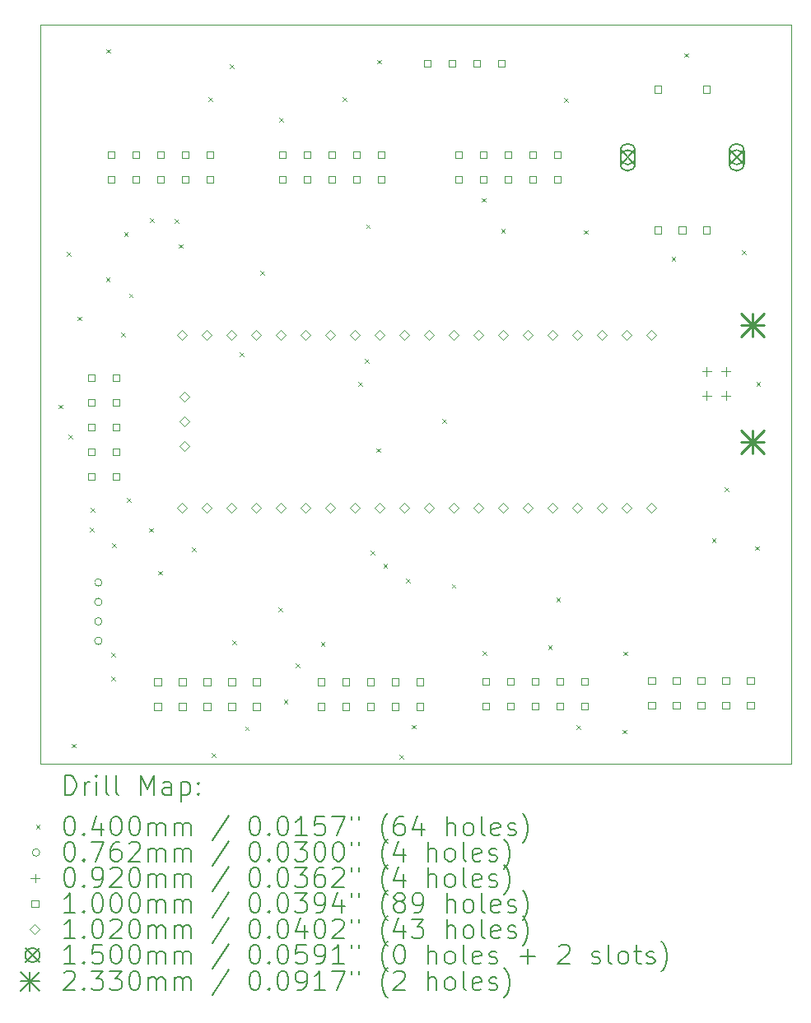
<source format=gbr>
%TF.GenerationSoftware,KiCad,Pcbnew,7.0.7*%
%TF.CreationDate,2024-03-19T17:38:08+01:00*%
%TF.ProjectId,Main_board,4d61696e-5f62-46f6-9172-642e6b696361,rev?*%
%TF.SameCoordinates,Original*%
%TF.FileFunction,Drillmap*%
%TF.FilePolarity,Positive*%
%FSLAX45Y45*%
G04 Gerber Fmt 4.5, Leading zero omitted, Abs format (unit mm)*
G04 Created by KiCad (PCBNEW 7.0.7) date 2024-03-19 17:38:08*
%MOMM*%
%LPD*%
G01*
G04 APERTURE LIST*
%ADD10C,0.100000*%
%ADD11C,0.200000*%
%ADD12C,0.040000*%
%ADD13C,0.076200*%
%ADD14C,0.092000*%
%ADD15C,0.102000*%
%ADD16C,0.150000*%
%ADD17C,0.233000*%
G04 APERTURE END LIST*
D10*
X6880860Y-11811000D02*
X14602460Y-11811000D01*
X14602460Y-19420880D01*
X6880860Y-19420880D01*
X6880860Y-11811000D01*
D11*
D12*
X7071680Y-15722920D02*
X7111680Y-15762920D01*
X7111680Y-15722920D02*
X7071680Y-15762920D01*
X7152960Y-14150660D02*
X7192960Y-14190660D01*
X7192960Y-14150660D02*
X7152960Y-14190660D01*
X7173280Y-16032800D02*
X7213280Y-16072800D01*
X7213280Y-16032800D02*
X7173280Y-16072800D01*
X7206300Y-19210340D02*
X7246300Y-19250340D01*
X7246300Y-19210340D02*
X7206300Y-19250340D01*
X7262180Y-14816140D02*
X7302180Y-14856140D01*
X7302180Y-14816140D02*
X7262180Y-14856140D01*
X7394260Y-16990380D02*
X7434260Y-17030380D01*
X7434260Y-16990380D02*
X7394260Y-17030380D01*
X7399340Y-16784640D02*
X7439340Y-16824640D01*
X7439340Y-16784640D02*
X7399340Y-16824640D01*
X7556820Y-14412280D02*
X7596820Y-14452280D01*
X7596820Y-14412280D02*
X7556820Y-14452280D01*
X7559360Y-12065320D02*
X7599360Y-12105320D01*
X7599360Y-12065320D02*
X7559360Y-12105320D01*
X7612700Y-18276830D02*
X7652700Y-18316830D01*
X7652700Y-18276830D02*
X7612700Y-18316830D01*
X7612700Y-18519460D02*
X7652700Y-18559460D01*
X7652700Y-18519460D02*
X7612700Y-18559460D01*
X7622860Y-17147860D02*
X7662860Y-17187860D01*
X7662860Y-17147860D02*
X7622860Y-17187860D01*
X7714300Y-14983780D02*
X7754300Y-15023780D01*
X7754300Y-14983780D02*
X7714300Y-15023780D01*
X7742240Y-13947460D02*
X7782240Y-13987460D01*
X7782240Y-13947460D02*
X7742240Y-13987460D01*
X7775260Y-16685580D02*
X7815260Y-16725580D01*
X7815260Y-16685580D02*
X7775260Y-16725580D01*
X7793040Y-14579920D02*
X7833040Y-14619920D01*
X7833040Y-14579920D02*
X7793040Y-14619920D01*
X8003860Y-16992920D02*
X8043860Y-17032920D01*
X8043860Y-16992920D02*
X8003860Y-17032920D01*
X8006400Y-13805220D02*
X8046400Y-13845220D01*
X8046400Y-13805220D02*
X8006400Y-13845220D01*
X8095300Y-17432340D02*
X8135300Y-17472340D01*
X8135300Y-17432340D02*
X8095300Y-17472340D01*
X8265480Y-13812840D02*
X8305480Y-13852840D01*
X8305480Y-13812840D02*
X8265480Y-13852840D01*
X8303580Y-14071920D02*
X8343580Y-14111920D01*
X8343580Y-14071920D02*
X8303580Y-14111920D01*
X8438200Y-17193580D02*
X8478200Y-17233580D01*
X8478200Y-17193580D02*
X8438200Y-17233580D01*
X8610920Y-12560620D02*
X8650920Y-12600620D01*
X8650920Y-12560620D02*
X8610920Y-12600620D01*
X8646480Y-19306860D02*
X8686480Y-19346860D01*
X8686480Y-19306860D02*
X8646480Y-19346860D01*
X8829360Y-12220260D02*
X8869360Y-12260260D01*
X8869360Y-12220260D02*
X8829360Y-12260260D01*
X8854760Y-18146080D02*
X8894760Y-18186080D01*
X8894760Y-18146080D02*
X8854760Y-18186080D01*
X8930960Y-15184440D02*
X8970960Y-15224440D01*
X8970960Y-15184440D02*
X8930960Y-15224440D01*
X8986840Y-19032540D02*
X9026840Y-19072540D01*
X9026840Y-19032540D02*
X8986840Y-19072540D01*
X9144320Y-14348780D02*
X9184320Y-14388780D01*
X9184320Y-14348780D02*
X9144320Y-14388780D01*
X9327200Y-17810800D02*
X9367200Y-17850800D01*
X9367200Y-17810800D02*
X9327200Y-17850800D01*
X9339900Y-12773980D02*
X9379900Y-12813980D01*
X9379900Y-12773980D02*
X9339900Y-12813980D01*
X9385620Y-18755680D02*
X9425620Y-18795680D01*
X9425620Y-18755680D02*
X9385620Y-18795680D01*
X9510080Y-18387380D02*
X9550080Y-18427380D01*
X9550080Y-18387380D02*
X9510080Y-18427380D01*
X9766620Y-18166400D02*
X9806620Y-18206400D01*
X9806620Y-18166400D02*
X9766620Y-18206400D01*
X9987600Y-12560620D02*
X10027600Y-12600620D01*
X10027600Y-12560620D02*
X9987600Y-12600620D01*
X10152700Y-15491780D02*
X10192700Y-15531780D01*
X10192700Y-15491780D02*
X10152700Y-15531780D01*
X10218740Y-15255560D02*
X10258740Y-15295560D01*
X10258740Y-15255560D02*
X10218740Y-15295560D01*
X10231440Y-13868720D02*
X10271440Y-13908720D01*
X10271440Y-13868720D02*
X10231440Y-13908720D01*
X10277160Y-17224060D02*
X10317160Y-17264060D01*
X10317160Y-17224060D02*
X10277160Y-17264060D01*
X10335580Y-16172500D02*
X10375580Y-16212500D01*
X10375580Y-16172500D02*
X10335580Y-16212500D01*
X10348280Y-12174540D02*
X10388280Y-12214540D01*
X10388280Y-12174540D02*
X10348280Y-12214540D01*
X10409240Y-17358680D02*
X10449240Y-17398680D01*
X10449240Y-17358680D02*
X10409240Y-17398680D01*
X10571800Y-19327180D02*
X10611800Y-19367180D01*
X10611800Y-19327180D02*
X10571800Y-19367180D01*
X10645460Y-17516160D02*
X10685460Y-17556160D01*
X10685460Y-17516160D02*
X10645460Y-17556160D01*
X10698800Y-19017300D02*
X10738800Y-19057300D01*
X10738800Y-19017300D02*
X10698800Y-19057300D01*
X11016300Y-15870240D02*
X11056300Y-15910240D01*
X11056300Y-15870240D02*
X11016300Y-15910240D01*
X11112820Y-17569500D02*
X11152820Y-17609500D01*
X11152820Y-17569500D02*
X11112820Y-17609500D01*
X11420160Y-13596940D02*
X11460160Y-13636940D01*
X11460160Y-13596940D02*
X11420160Y-13636940D01*
X11432860Y-18260380D02*
X11472860Y-18300380D01*
X11472860Y-18260380D02*
X11432860Y-18300380D01*
X11620820Y-13916980D02*
X11660820Y-13956980D01*
X11660820Y-13916980D02*
X11620820Y-13956980D01*
X12103420Y-18199420D02*
X12143420Y-18239420D01*
X12143420Y-18199420D02*
X12103420Y-18239420D01*
X12187240Y-17709200D02*
X12227240Y-17749200D01*
X12227240Y-17709200D02*
X12187240Y-17749200D01*
X12271060Y-12568240D02*
X12311060Y-12608240D01*
X12311060Y-12568240D02*
X12271060Y-12608240D01*
X12392980Y-19019840D02*
X12432980Y-19059840D01*
X12432980Y-19019840D02*
X12392980Y-19059840D01*
X12469180Y-13927140D02*
X12509180Y-13967140D01*
X12509180Y-13927140D02*
X12469180Y-13967140D01*
X12870500Y-19068100D02*
X12910500Y-19108100D01*
X12910500Y-19068100D02*
X12870500Y-19108100D01*
X12880660Y-18262920D02*
X12920660Y-18302920D01*
X12920660Y-18262920D02*
X12880660Y-18302920D01*
X13373420Y-14201460D02*
X13413420Y-14241460D01*
X13413420Y-14201460D02*
X13373420Y-14241460D01*
X13505500Y-12108500D02*
X13545500Y-12148500D01*
X13545500Y-12108500D02*
X13505500Y-12148500D01*
X13787440Y-17097060D02*
X13827440Y-17137060D01*
X13827440Y-17097060D02*
X13787440Y-17137060D01*
X13919520Y-16576360D02*
X13959520Y-16616360D01*
X13959520Y-16576360D02*
X13919520Y-16616360D01*
X14094780Y-14135420D02*
X14134780Y-14175420D01*
X14134780Y-14135420D02*
X14094780Y-14175420D01*
X14229400Y-17178340D02*
X14269400Y-17218340D01*
X14269400Y-17178340D02*
X14229400Y-17218340D01*
X14244640Y-15489240D02*
X14284640Y-15529240D01*
X14284640Y-15489240D02*
X14244640Y-15529240D01*
D13*
X7516290Y-17552630D02*
G75*
G03*
X7516290Y-17552630I-38100J0D01*
G01*
X7516290Y-17752630D02*
G75*
G03*
X7516290Y-17752630I-38100J0D01*
G01*
X7516290Y-17952630D02*
G75*
G03*
X7516290Y-17952630I-38100J0D01*
G01*
X7516290Y-18152630D02*
G75*
G03*
X7516290Y-18152630I-38100J0D01*
G01*
D14*
X13732680Y-15334430D02*
X13732680Y-15426430D01*
X13686680Y-15380430D02*
X13778680Y-15380430D01*
X13732680Y-15584430D02*
X13732680Y-15676430D01*
X13686680Y-15630430D02*
X13778680Y-15630430D01*
X13932680Y-15334430D02*
X13932680Y-15426430D01*
X13886680Y-15380430D02*
X13978680Y-15380430D01*
X13932680Y-15584430D02*
X13932680Y-15676430D01*
X13886680Y-15630430D02*
X13978680Y-15630430D01*
D10*
X7444536Y-15481096D02*
X7444536Y-15410384D01*
X7373824Y-15410384D01*
X7373824Y-15481096D01*
X7444536Y-15481096D01*
X7444536Y-15735096D02*
X7444536Y-15664384D01*
X7373824Y-15664384D01*
X7373824Y-15735096D01*
X7444536Y-15735096D01*
X7444536Y-15989096D02*
X7444536Y-15918384D01*
X7373824Y-15918384D01*
X7373824Y-15989096D01*
X7444536Y-15989096D01*
X7444536Y-16243096D02*
X7444536Y-16172384D01*
X7373824Y-16172384D01*
X7373824Y-16243096D01*
X7444536Y-16243096D01*
X7444536Y-16497096D02*
X7444536Y-16426384D01*
X7373824Y-16426384D01*
X7373824Y-16497096D01*
X7444536Y-16497096D01*
X7647736Y-13184936D02*
X7647736Y-13114224D01*
X7577024Y-13114224D01*
X7577024Y-13184936D01*
X7647736Y-13184936D01*
X7647736Y-13438936D02*
X7647736Y-13368224D01*
X7577024Y-13368224D01*
X7577024Y-13438936D01*
X7647736Y-13438936D01*
X7698536Y-15481096D02*
X7698536Y-15410384D01*
X7627824Y-15410384D01*
X7627824Y-15481096D01*
X7698536Y-15481096D01*
X7698536Y-15735096D02*
X7698536Y-15664384D01*
X7627824Y-15664384D01*
X7627824Y-15735096D01*
X7698536Y-15735096D01*
X7698536Y-15989096D02*
X7698536Y-15918384D01*
X7627824Y-15918384D01*
X7627824Y-15989096D01*
X7698536Y-15989096D01*
X7698536Y-16243096D02*
X7698536Y-16172384D01*
X7627824Y-16172384D01*
X7627824Y-16243096D01*
X7698536Y-16243096D01*
X7698536Y-16497096D02*
X7698536Y-16426384D01*
X7627824Y-16426384D01*
X7627824Y-16497096D01*
X7698536Y-16497096D01*
X7901736Y-13184936D02*
X7901736Y-13114224D01*
X7831024Y-13114224D01*
X7831024Y-13184936D01*
X7901736Y-13184936D01*
X7901736Y-13438936D02*
X7901736Y-13368224D01*
X7831024Y-13368224D01*
X7831024Y-13438936D01*
X7901736Y-13438936D01*
X8123216Y-18609376D02*
X8123216Y-18538664D01*
X8052504Y-18538664D01*
X8052504Y-18609376D01*
X8123216Y-18609376D01*
X8123216Y-18863376D02*
X8123216Y-18792664D01*
X8052504Y-18792664D01*
X8052504Y-18863376D01*
X8123216Y-18863376D01*
X8155736Y-13184936D02*
X8155736Y-13114224D01*
X8085024Y-13114224D01*
X8085024Y-13184936D01*
X8155736Y-13184936D01*
X8155736Y-13438936D02*
X8155736Y-13368224D01*
X8085024Y-13368224D01*
X8085024Y-13438936D01*
X8155736Y-13438936D01*
X8377216Y-18609376D02*
X8377216Y-18538664D01*
X8306504Y-18538664D01*
X8306504Y-18609376D01*
X8377216Y-18609376D01*
X8377216Y-18863376D02*
X8377216Y-18792664D01*
X8306504Y-18792664D01*
X8306504Y-18863376D01*
X8377216Y-18863376D01*
X8409736Y-13184936D02*
X8409736Y-13114224D01*
X8339024Y-13114224D01*
X8339024Y-13184936D01*
X8409736Y-13184936D01*
X8409736Y-13438936D02*
X8409736Y-13368224D01*
X8339024Y-13368224D01*
X8339024Y-13438936D01*
X8409736Y-13438936D01*
X8631216Y-18609376D02*
X8631216Y-18538664D01*
X8560504Y-18538664D01*
X8560504Y-18609376D01*
X8631216Y-18609376D01*
X8631216Y-18863376D02*
X8631216Y-18792664D01*
X8560504Y-18792664D01*
X8560504Y-18863376D01*
X8631216Y-18863376D01*
X8663736Y-13184936D02*
X8663736Y-13114224D01*
X8593024Y-13114224D01*
X8593024Y-13184936D01*
X8663736Y-13184936D01*
X8663736Y-13438936D02*
X8663736Y-13368224D01*
X8593024Y-13368224D01*
X8593024Y-13438936D01*
X8663736Y-13438936D01*
X8885216Y-18609376D02*
X8885216Y-18538664D01*
X8814504Y-18538664D01*
X8814504Y-18609376D01*
X8885216Y-18609376D01*
X8885216Y-18863376D02*
X8885216Y-18792664D01*
X8814504Y-18792664D01*
X8814504Y-18863376D01*
X8885216Y-18863376D01*
X9139216Y-18609376D02*
X9139216Y-18538664D01*
X9068504Y-18538664D01*
X9068504Y-18609376D01*
X9139216Y-18609376D01*
X9139216Y-18863376D02*
X9139216Y-18792664D01*
X9068504Y-18792664D01*
X9068504Y-18863376D01*
X9139216Y-18863376D01*
X9407956Y-13184936D02*
X9407956Y-13114224D01*
X9337244Y-13114224D01*
X9337244Y-13184936D01*
X9407956Y-13184936D01*
X9407956Y-13438936D02*
X9407956Y-13368224D01*
X9337244Y-13368224D01*
X9337244Y-13438936D01*
X9407956Y-13438936D01*
X9661956Y-13184936D02*
X9661956Y-13114224D01*
X9591244Y-13114224D01*
X9591244Y-13184936D01*
X9661956Y-13184936D01*
X9661956Y-13438936D02*
X9661956Y-13368224D01*
X9591244Y-13368224D01*
X9591244Y-13438936D01*
X9661956Y-13438936D01*
X9804696Y-18609376D02*
X9804696Y-18538664D01*
X9733984Y-18538664D01*
X9733984Y-18609376D01*
X9804696Y-18609376D01*
X9804696Y-18863376D02*
X9804696Y-18792664D01*
X9733984Y-18792664D01*
X9733984Y-18863376D01*
X9804696Y-18863376D01*
X9915956Y-13184936D02*
X9915956Y-13114224D01*
X9845244Y-13114224D01*
X9845244Y-13184936D01*
X9915956Y-13184936D01*
X9915956Y-13438936D02*
X9915956Y-13368224D01*
X9845244Y-13368224D01*
X9845244Y-13438936D01*
X9915956Y-13438936D01*
X10058696Y-18609376D02*
X10058696Y-18538664D01*
X9987984Y-18538664D01*
X9987984Y-18609376D01*
X10058696Y-18609376D01*
X10058696Y-18863376D02*
X10058696Y-18792664D01*
X9987984Y-18792664D01*
X9987984Y-18863376D01*
X10058696Y-18863376D01*
X10169956Y-13184936D02*
X10169956Y-13114224D01*
X10099244Y-13114224D01*
X10099244Y-13184936D01*
X10169956Y-13184936D01*
X10169956Y-13438936D02*
X10169956Y-13368224D01*
X10099244Y-13368224D01*
X10099244Y-13438936D01*
X10169956Y-13438936D01*
X10312696Y-18609376D02*
X10312696Y-18538664D01*
X10241984Y-18538664D01*
X10241984Y-18609376D01*
X10312696Y-18609376D01*
X10312696Y-18863376D02*
X10312696Y-18792664D01*
X10241984Y-18792664D01*
X10241984Y-18863376D01*
X10312696Y-18863376D01*
X10423956Y-13184936D02*
X10423956Y-13114224D01*
X10353244Y-13114224D01*
X10353244Y-13184936D01*
X10423956Y-13184936D01*
X10423956Y-13438936D02*
X10423956Y-13368224D01*
X10353244Y-13368224D01*
X10353244Y-13438936D01*
X10423956Y-13438936D01*
X10566696Y-18609376D02*
X10566696Y-18538664D01*
X10495984Y-18538664D01*
X10495984Y-18609376D01*
X10566696Y-18609376D01*
X10566696Y-18863376D02*
X10566696Y-18792664D01*
X10495984Y-18792664D01*
X10495984Y-18863376D01*
X10566696Y-18863376D01*
X10820696Y-18609376D02*
X10820696Y-18538664D01*
X10749984Y-18538664D01*
X10749984Y-18609376D01*
X10820696Y-18609376D01*
X10820696Y-18863376D02*
X10820696Y-18792664D01*
X10749984Y-18792664D01*
X10749984Y-18863376D01*
X10820696Y-18863376D01*
X10896156Y-12245416D02*
X10896156Y-12174704D01*
X10825444Y-12174704D01*
X10825444Y-12245416D01*
X10896156Y-12245416D01*
X11150156Y-12245416D02*
X11150156Y-12174704D01*
X11079444Y-12174704D01*
X11079444Y-12245416D01*
X11150156Y-12245416D01*
X11218976Y-13184936D02*
X11218976Y-13114224D01*
X11148264Y-13114224D01*
X11148264Y-13184936D01*
X11218976Y-13184936D01*
X11218976Y-13438936D02*
X11218976Y-13368224D01*
X11148264Y-13368224D01*
X11148264Y-13438936D01*
X11218976Y-13438936D01*
X11404156Y-12245416D02*
X11404156Y-12174704D01*
X11333444Y-12174704D01*
X11333444Y-12245416D01*
X11404156Y-12245416D01*
X11472976Y-13184936D02*
X11472976Y-13114224D01*
X11402264Y-13114224D01*
X11402264Y-13184936D01*
X11472976Y-13184936D01*
X11472976Y-13438936D02*
X11472976Y-13368224D01*
X11402264Y-13368224D01*
X11402264Y-13438936D01*
X11472976Y-13438936D01*
X11495836Y-18607836D02*
X11495836Y-18537124D01*
X11425124Y-18537124D01*
X11425124Y-18607836D01*
X11495836Y-18607836D01*
X11495836Y-18861836D02*
X11495836Y-18791124D01*
X11425124Y-18791124D01*
X11425124Y-18861836D01*
X11495836Y-18861836D01*
X11658156Y-12245416D02*
X11658156Y-12174704D01*
X11587444Y-12174704D01*
X11587444Y-12245416D01*
X11658156Y-12245416D01*
X11726976Y-13184936D02*
X11726976Y-13114224D01*
X11656264Y-13114224D01*
X11656264Y-13184936D01*
X11726976Y-13184936D01*
X11726976Y-13438936D02*
X11726976Y-13368224D01*
X11656264Y-13368224D01*
X11656264Y-13438936D01*
X11726976Y-13438936D01*
X11749836Y-18607836D02*
X11749836Y-18537124D01*
X11679124Y-18537124D01*
X11679124Y-18607836D01*
X11749836Y-18607836D01*
X11749836Y-18861836D02*
X11749836Y-18791124D01*
X11679124Y-18791124D01*
X11679124Y-18861836D01*
X11749836Y-18861836D01*
X11980976Y-13184936D02*
X11980976Y-13114224D01*
X11910264Y-13114224D01*
X11910264Y-13184936D01*
X11980976Y-13184936D01*
X11980976Y-13438936D02*
X11980976Y-13368224D01*
X11910264Y-13368224D01*
X11910264Y-13438936D01*
X11980976Y-13438936D01*
X12003836Y-18607836D02*
X12003836Y-18537124D01*
X11933124Y-18537124D01*
X11933124Y-18607836D01*
X12003836Y-18607836D01*
X12003836Y-18861836D02*
X12003836Y-18791124D01*
X11933124Y-18791124D01*
X11933124Y-18861836D01*
X12003836Y-18861836D01*
X12234976Y-13184936D02*
X12234976Y-13114224D01*
X12164264Y-13114224D01*
X12164264Y-13184936D01*
X12234976Y-13184936D01*
X12234976Y-13438936D02*
X12234976Y-13368224D01*
X12164264Y-13368224D01*
X12164264Y-13438936D01*
X12234976Y-13438936D01*
X12257836Y-18607836D02*
X12257836Y-18537124D01*
X12187124Y-18537124D01*
X12187124Y-18607836D01*
X12257836Y-18607836D01*
X12257836Y-18861836D02*
X12257836Y-18791124D01*
X12187124Y-18791124D01*
X12187124Y-18861836D01*
X12257836Y-18861836D01*
X12511836Y-18607836D02*
X12511836Y-18537124D01*
X12441124Y-18537124D01*
X12441124Y-18607836D01*
X12511836Y-18607836D01*
X12511836Y-18861836D02*
X12511836Y-18791124D01*
X12441124Y-18791124D01*
X12441124Y-18861836D01*
X12511836Y-18861836D01*
X13202716Y-18595136D02*
X13202716Y-18524424D01*
X13132004Y-18524424D01*
X13132004Y-18595136D01*
X13202716Y-18595136D01*
X13202716Y-18849136D02*
X13202716Y-18778424D01*
X13132004Y-18778424D01*
X13132004Y-18849136D01*
X13202716Y-18849136D01*
X13267676Y-12513276D02*
X13267676Y-12442564D01*
X13196964Y-12442564D01*
X13196964Y-12513276D01*
X13267676Y-12513276D01*
X13267676Y-13963276D02*
X13267676Y-13892564D01*
X13196964Y-13892564D01*
X13196964Y-13963276D01*
X13267676Y-13963276D01*
X13456716Y-18595136D02*
X13456716Y-18524424D01*
X13386004Y-18524424D01*
X13386004Y-18595136D01*
X13456716Y-18595136D01*
X13456716Y-18849136D02*
X13456716Y-18778424D01*
X13386004Y-18778424D01*
X13386004Y-18849136D01*
X13456716Y-18849136D01*
X13517676Y-13963276D02*
X13517676Y-13892564D01*
X13446964Y-13892564D01*
X13446964Y-13963276D01*
X13517676Y-13963276D01*
X13710716Y-18595136D02*
X13710716Y-18524424D01*
X13640004Y-18524424D01*
X13640004Y-18595136D01*
X13710716Y-18595136D01*
X13710716Y-18849136D02*
X13710716Y-18778424D01*
X13640004Y-18778424D01*
X13640004Y-18849136D01*
X13710716Y-18849136D01*
X13767676Y-12513276D02*
X13767676Y-12442564D01*
X13696964Y-12442564D01*
X13696964Y-12513276D01*
X13767676Y-12513276D01*
X13767676Y-13963276D02*
X13767676Y-13892564D01*
X13696964Y-13892564D01*
X13696964Y-13963276D01*
X13767676Y-13963276D01*
X13964716Y-18595136D02*
X13964716Y-18524424D01*
X13894004Y-18524424D01*
X13894004Y-18595136D01*
X13964716Y-18595136D01*
X13964716Y-18849136D02*
X13964716Y-18778424D01*
X13894004Y-18778424D01*
X13894004Y-18849136D01*
X13964716Y-18849136D01*
X14218716Y-18595136D02*
X14218716Y-18524424D01*
X14148004Y-18524424D01*
X14148004Y-18595136D01*
X14218716Y-18595136D01*
X14218716Y-18849136D02*
X14218716Y-18778424D01*
X14148004Y-18778424D01*
X14148004Y-18849136D01*
X14218716Y-18849136D01*
D15*
X8341660Y-15057320D02*
X8392660Y-15006320D01*
X8341660Y-14955320D01*
X8290660Y-15006320D01*
X8341660Y-15057320D01*
X8341660Y-16835320D02*
X8392660Y-16784320D01*
X8341660Y-16733320D01*
X8290660Y-16784320D01*
X8341660Y-16835320D01*
X8364660Y-15692320D02*
X8415660Y-15641320D01*
X8364660Y-15590320D01*
X8313660Y-15641320D01*
X8364660Y-15692320D01*
X8364660Y-15946320D02*
X8415660Y-15895320D01*
X8364660Y-15844320D01*
X8313660Y-15895320D01*
X8364660Y-15946320D01*
X8364660Y-16200320D02*
X8415660Y-16149320D01*
X8364660Y-16098320D01*
X8313660Y-16149320D01*
X8364660Y-16200320D01*
X8595660Y-15057320D02*
X8646660Y-15006320D01*
X8595660Y-14955320D01*
X8544660Y-15006320D01*
X8595660Y-15057320D01*
X8595660Y-16835320D02*
X8646660Y-16784320D01*
X8595660Y-16733320D01*
X8544660Y-16784320D01*
X8595660Y-16835320D01*
X8849660Y-15057320D02*
X8900660Y-15006320D01*
X8849660Y-14955320D01*
X8798660Y-15006320D01*
X8849660Y-15057320D01*
X8849660Y-16835320D02*
X8900660Y-16784320D01*
X8849660Y-16733320D01*
X8798660Y-16784320D01*
X8849660Y-16835320D01*
X9103660Y-15057320D02*
X9154660Y-15006320D01*
X9103660Y-14955320D01*
X9052660Y-15006320D01*
X9103660Y-15057320D01*
X9103660Y-16835320D02*
X9154660Y-16784320D01*
X9103660Y-16733320D01*
X9052660Y-16784320D01*
X9103660Y-16835320D01*
X9357660Y-15057320D02*
X9408660Y-15006320D01*
X9357660Y-14955320D01*
X9306660Y-15006320D01*
X9357660Y-15057320D01*
X9357660Y-16835320D02*
X9408660Y-16784320D01*
X9357660Y-16733320D01*
X9306660Y-16784320D01*
X9357660Y-16835320D01*
X9611660Y-15057320D02*
X9662660Y-15006320D01*
X9611660Y-14955320D01*
X9560660Y-15006320D01*
X9611660Y-15057320D01*
X9611660Y-16835320D02*
X9662660Y-16784320D01*
X9611660Y-16733320D01*
X9560660Y-16784320D01*
X9611660Y-16835320D01*
X9865660Y-15057320D02*
X9916660Y-15006320D01*
X9865660Y-14955320D01*
X9814660Y-15006320D01*
X9865660Y-15057320D01*
X9865660Y-16835320D02*
X9916660Y-16784320D01*
X9865660Y-16733320D01*
X9814660Y-16784320D01*
X9865660Y-16835320D01*
X10119660Y-15057320D02*
X10170660Y-15006320D01*
X10119660Y-14955320D01*
X10068660Y-15006320D01*
X10119660Y-15057320D01*
X10119660Y-16835320D02*
X10170660Y-16784320D01*
X10119660Y-16733320D01*
X10068660Y-16784320D01*
X10119660Y-16835320D01*
X10373660Y-15057320D02*
X10424660Y-15006320D01*
X10373660Y-14955320D01*
X10322660Y-15006320D01*
X10373660Y-15057320D01*
X10373660Y-16835320D02*
X10424660Y-16784320D01*
X10373660Y-16733320D01*
X10322660Y-16784320D01*
X10373660Y-16835320D01*
X10627660Y-15057320D02*
X10678660Y-15006320D01*
X10627660Y-14955320D01*
X10576660Y-15006320D01*
X10627660Y-15057320D01*
X10627660Y-16835320D02*
X10678660Y-16784320D01*
X10627660Y-16733320D01*
X10576660Y-16784320D01*
X10627660Y-16835320D01*
X10881660Y-15057320D02*
X10932660Y-15006320D01*
X10881660Y-14955320D01*
X10830660Y-15006320D01*
X10881660Y-15057320D01*
X10881660Y-16835320D02*
X10932660Y-16784320D01*
X10881660Y-16733320D01*
X10830660Y-16784320D01*
X10881660Y-16835320D01*
X11135660Y-15057320D02*
X11186660Y-15006320D01*
X11135660Y-14955320D01*
X11084660Y-15006320D01*
X11135660Y-15057320D01*
X11135660Y-16835320D02*
X11186660Y-16784320D01*
X11135660Y-16733320D01*
X11084660Y-16784320D01*
X11135660Y-16835320D01*
X11389660Y-15057320D02*
X11440660Y-15006320D01*
X11389660Y-14955320D01*
X11338660Y-15006320D01*
X11389660Y-15057320D01*
X11389660Y-16835320D02*
X11440660Y-16784320D01*
X11389660Y-16733320D01*
X11338660Y-16784320D01*
X11389660Y-16835320D01*
X11643660Y-15057320D02*
X11694660Y-15006320D01*
X11643660Y-14955320D01*
X11592660Y-15006320D01*
X11643660Y-15057320D01*
X11643660Y-16835320D02*
X11694660Y-16784320D01*
X11643660Y-16733320D01*
X11592660Y-16784320D01*
X11643660Y-16835320D01*
X11897660Y-15057320D02*
X11948660Y-15006320D01*
X11897660Y-14955320D01*
X11846660Y-15006320D01*
X11897660Y-15057320D01*
X11897660Y-16835320D02*
X11948660Y-16784320D01*
X11897660Y-16733320D01*
X11846660Y-16784320D01*
X11897660Y-16835320D01*
X12151660Y-15057320D02*
X12202660Y-15006320D01*
X12151660Y-14955320D01*
X12100660Y-15006320D01*
X12151660Y-15057320D01*
X12151660Y-16835320D02*
X12202660Y-16784320D01*
X12151660Y-16733320D01*
X12100660Y-16784320D01*
X12151660Y-16835320D01*
X12405660Y-15057320D02*
X12456660Y-15006320D01*
X12405660Y-14955320D01*
X12354660Y-15006320D01*
X12405660Y-15057320D01*
X12405660Y-16835320D02*
X12456660Y-16784320D01*
X12405660Y-16733320D01*
X12354660Y-16784320D01*
X12405660Y-16835320D01*
X12659660Y-15057320D02*
X12710660Y-15006320D01*
X12659660Y-14955320D01*
X12608660Y-15006320D01*
X12659660Y-15057320D01*
X12659660Y-16835320D02*
X12710660Y-16784320D01*
X12659660Y-16733320D01*
X12608660Y-16784320D01*
X12659660Y-16835320D01*
X12913660Y-15057320D02*
X12964660Y-15006320D01*
X12913660Y-14955320D01*
X12862660Y-15006320D01*
X12913660Y-15057320D01*
X12913660Y-16835320D02*
X12964660Y-16784320D01*
X12913660Y-16733320D01*
X12862660Y-16784320D01*
X12913660Y-16835320D01*
X13167660Y-15057320D02*
X13218660Y-15006320D01*
X13167660Y-14955320D01*
X13116660Y-15006320D01*
X13167660Y-15057320D01*
X13167660Y-16835320D02*
X13218660Y-16784320D01*
X13167660Y-16733320D01*
X13116660Y-16784320D01*
X13167660Y-16835320D01*
D16*
X12847320Y-13102920D02*
X12997320Y-13252920D01*
X12997320Y-13102920D02*
X12847320Y-13252920D01*
X12997320Y-13177920D02*
G75*
G03*
X12997320Y-13177920I-75000J0D01*
G01*
D11*
X12997320Y-13242920D02*
X12997320Y-13112920D01*
X12997320Y-13112920D02*
G75*
G03*
X12847320Y-13112920I-75000J0D01*
G01*
X12847320Y-13112920D02*
X12847320Y-13242920D01*
X12847320Y-13242920D02*
G75*
G03*
X12997320Y-13242920I75000J0D01*
G01*
D16*
X13967320Y-13102920D02*
X14117320Y-13252920D01*
X14117320Y-13102920D02*
X13967320Y-13252920D01*
X14117320Y-13177920D02*
G75*
G03*
X14117320Y-13177920I-75000J0D01*
G01*
D11*
X14117320Y-13242920D02*
X14117320Y-13112920D01*
X14117320Y-13112920D02*
G75*
G03*
X13967320Y-13112920I-75000J0D01*
G01*
X13967320Y-13112920D02*
X13967320Y-13242920D01*
X13967320Y-13242920D02*
G75*
G03*
X14117320Y-13242920I75000J0D01*
G01*
D17*
X14087180Y-14786930D02*
X14320180Y-15019930D01*
X14320180Y-14786930D02*
X14087180Y-15019930D01*
X14203680Y-14786930D02*
X14203680Y-15019930D01*
X14087180Y-14903430D02*
X14320180Y-14903430D01*
X14087180Y-15990930D02*
X14320180Y-16223930D01*
X14320180Y-15990930D02*
X14087180Y-16223930D01*
X14203680Y-15990930D02*
X14203680Y-16223930D01*
X14087180Y-16107430D02*
X14320180Y-16107430D01*
D11*
X7136637Y-19737364D02*
X7136637Y-19537364D01*
X7136637Y-19537364D02*
X7184256Y-19537364D01*
X7184256Y-19537364D02*
X7212827Y-19546888D01*
X7212827Y-19546888D02*
X7231875Y-19565935D01*
X7231875Y-19565935D02*
X7241399Y-19584983D01*
X7241399Y-19584983D02*
X7250922Y-19623078D01*
X7250922Y-19623078D02*
X7250922Y-19651650D01*
X7250922Y-19651650D02*
X7241399Y-19689745D01*
X7241399Y-19689745D02*
X7231875Y-19708792D01*
X7231875Y-19708792D02*
X7212827Y-19727840D01*
X7212827Y-19727840D02*
X7184256Y-19737364D01*
X7184256Y-19737364D02*
X7136637Y-19737364D01*
X7336637Y-19737364D02*
X7336637Y-19604030D01*
X7336637Y-19642126D02*
X7346161Y-19623078D01*
X7346161Y-19623078D02*
X7355684Y-19613554D01*
X7355684Y-19613554D02*
X7374732Y-19604030D01*
X7374732Y-19604030D02*
X7393780Y-19604030D01*
X7460446Y-19737364D02*
X7460446Y-19604030D01*
X7460446Y-19537364D02*
X7450922Y-19546888D01*
X7450922Y-19546888D02*
X7460446Y-19556411D01*
X7460446Y-19556411D02*
X7469970Y-19546888D01*
X7469970Y-19546888D02*
X7460446Y-19537364D01*
X7460446Y-19537364D02*
X7460446Y-19556411D01*
X7584256Y-19737364D02*
X7565208Y-19727840D01*
X7565208Y-19727840D02*
X7555684Y-19708792D01*
X7555684Y-19708792D02*
X7555684Y-19537364D01*
X7689018Y-19737364D02*
X7669970Y-19727840D01*
X7669970Y-19727840D02*
X7660446Y-19708792D01*
X7660446Y-19708792D02*
X7660446Y-19537364D01*
X7917589Y-19737364D02*
X7917589Y-19537364D01*
X7917589Y-19537364D02*
X7984256Y-19680221D01*
X7984256Y-19680221D02*
X8050922Y-19537364D01*
X8050922Y-19537364D02*
X8050922Y-19737364D01*
X8231875Y-19737364D02*
X8231875Y-19632602D01*
X8231875Y-19632602D02*
X8222351Y-19613554D01*
X8222351Y-19613554D02*
X8203303Y-19604030D01*
X8203303Y-19604030D02*
X8165208Y-19604030D01*
X8165208Y-19604030D02*
X8146161Y-19613554D01*
X8231875Y-19727840D02*
X8212827Y-19737364D01*
X8212827Y-19737364D02*
X8165208Y-19737364D01*
X8165208Y-19737364D02*
X8146161Y-19727840D01*
X8146161Y-19727840D02*
X8136637Y-19708792D01*
X8136637Y-19708792D02*
X8136637Y-19689745D01*
X8136637Y-19689745D02*
X8146161Y-19670697D01*
X8146161Y-19670697D02*
X8165208Y-19661173D01*
X8165208Y-19661173D02*
X8212827Y-19661173D01*
X8212827Y-19661173D02*
X8231875Y-19651650D01*
X8327113Y-19604030D02*
X8327113Y-19804030D01*
X8327113Y-19613554D02*
X8346161Y-19604030D01*
X8346161Y-19604030D02*
X8384256Y-19604030D01*
X8384256Y-19604030D02*
X8403304Y-19613554D01*
X8403304Y-19613554D02*
X8412827Y-19623078D01*
X8412827Y-19623078D02*
X8422351Y-19642126D01*
X8422351Y-19642126D02*
X8422351Y-19699269D01*
X8422351Y-19699269D02*
X8412827Y-19718316D01*
X8412827Y-19718316D02*
X8403304Y-19727840D01*
X8403304Y-19727840D02*
X8384256Y-19737364D01*
X8384256Y-19737364D02*
X8346161Y-19737364D01*
X8346161Y-19737364D02*
X8327113Y-19727840D01*
X8508065Y-19718316D02*
X8517589Y-19727840D01*
X8517589Y-19727840D02*
X8508065Y-19737364D01*
X8508065Y-19737364D02*
X8498542Y-19727840D01*
X8498542Y-19727840D02*
X8508065Y-19718316D01*
X8508065Y-19718316D02*
X8508065Y-19737364D01*
X8508065Y-19613554D02*
X8517589Y-19623078D01*
X8517589Y-19623078D02*
X8508065Y-19632602D01*
X8508065Y-19632602D02*
X8498542Y-19623078D01*
X8498542Y-19623078D02*
X8508065Y-19613554D01*
X8508065Y-19613554D02*
X8508065Y-19632602D01*
D12*
X6835860Y-20045880D02*
X6875860Y-20085880D01*
X6875860Y-20045880D02*
X6835860Y-20085880D01*
D11*
X7174732Y-19957364D02*
X7193780Y-19957364D01*
X7193780Y-19957364D02*
X7212827Y-19966888D01*
X7212827Y-19966888D02*
X7222351Y-19976411D01*
X7222351Y-19976411D02*
X7231875Y-19995459D01*
X7231875Y-19995459D02*
X7241399Y-20033554D01*
X7241399Y-20033554D02*
X7241399Y-20081173D01*
X7241399Y-20081173D02*
X7231875Y-20119269D01*
X7231875Y-20119269D02*
X7222351Y-20138316D01*
X7222351Y-20138316D02*
X7212827Y-20147840D01*
X7212827Y-20147840D02*
X7193780Y-20157364D01*
X7193780Y-20157364D02*
X7174732Y-20157364D01*
X7174732Y-20157364D02*
X7155684Y-20147840D01*
X7155684Y-20147840D02*
X7146161Y-20138316D01*
X7146161Y-20138316D02*
X7136637Y-20119269D01*
X7136637Y-20119269D02*
X7127113Y-20081173D01*
X7127113Y-20081173D02*
X7127113Y-20033554D01*
X7127113Y-20033554D02*
X7136637Y-19995459D01*
X7136637Y-19995459D02*
X7146161Y-19976411D01*
X7146161Y-19976411D02*
X7155684Y-19966888D01*
X7155684Y-19966888D02*
X7174732Y-19957364D01*
X7327113Y-20138316D02*
X7336637Y-20147840D01*
X7336637Y-20147840D02*
X7327113Y-20157364D01*
X7327113Y-20157364D02*
X7317589Y-20147840D01*
X7317589Y-20147840D02*
X7327113Y-20138316D01*
X7327113Y-20138316D02*
X7327113Y-20157364D01*
X7508065Y-20024030D02*
X7508065Y-20157364D01*
X7460446Y-19947840D02*
X7412827Y-20090697D01*
X7412827Y-20090697D02*
X7536637Y-20090697D01*
X7650922Y-19957364D02*
X7669970Y-19957364D01*
X7669970Y-19957364D02*
X7689018Y-19966888D01*
X7689018Y-19966888D02*
X7698542Y-19976411D01*
X7698542Y-19976411D02*
X7708065Y-19995459D01*
X7708065Y-19995459D02*
X7717589Y-20033554D01*
X7717589Y-20033554D02*
X7717589Y-20081173D01*
X7717589Y-20081173D02*
X7708065Y-20119269D01*
X7708065Y-20119269D02*
X7698542Y-20138316D01*
X7698542Y-20138316D02*
X7689018Y-20147840D01*
X7689018Y-20147840D02*
X7669970Y-20157364D01*
X7669970Y-20157364D02*
X7650922Y-20157364D01*
X7650922Y-20157364D02*
X7631875Y-20147840D01*
X7631875Y-20147840D02*
X7622351Y-20138316D01*
X7622351Y-20138316D02*
X7612827Y-20119269D01*
X7612827Y-20119269D02*
X7603303Y-20081173D01*
X7603303Y-20081173D02*
X7603303Y-20033554D01*
X7603303Y-20033554D02*
X7612827Y-19995459D01*
X7612827Y-19995459D02*
X7622351Y-19976411D01*
X7622351Y-19976411D02*
X7631875Y-19966888D01*
X7631875Y-19966888D02*
X7650922Y-19957364D01*
X7841399Y-19957364D02*
X7860446Y-19957364D01*
X7860446Y-19957364D02*
X7879494Y-19966888D01*
X7879494Y-19966888D02*
X7889018Y-19976411D01*
X7889018Y-19976411D02*
X7898542Y-19995459D01*
X7898542Y-19995459D02*
X7908065Y-20033554D01*
X7908065Y-20033554D02*
X7908065Y-20081173D01*
X7908065Y-20081173D02*
X7898542Y-20119269D01*
X7898542Y-20119269D02*
X7889018Y-20138316D01*
X7889018Y-20138316D02*
X7879494Y-20147840D01*
X7879494Y-20147840D02*
X7860446Y-20157364D01*
X7860446Y-20157364D02*
X7841399Y-20157364D01*
X7841399Y-20157364D02*
X7822351Y-20147840D01*
X7822351Y-20147840D02*
X7812827Y-20138316D01*
X7812827Y-20138316D02*
X7803303Y-20119269D01*
X7803303Y-20119269D02*
X7793780Y-20081173D01*
X7793780Y-20081173D02*
X7793780Y-20033554D01*
X7793780Y-20033554D02*
X7803303Y-19995459D01*
X7803303Y-19995459D02*
X7812827Y-19976411D01*
X7812827Y-19976411D02*
X7822351Y-19966888D01*
X7822351Y-19966888D02*
X7841399Y-19957364D01*
X7993780Y-20157364D02*
X7993780Y-20024030D01*
X7993780Y-20043078D02*
X8003303Y-20033554D01*
X8003303Y-20033554D02*
X8022351Y-20024030D01*
X8022351Y-20024030D02*
X8050923Y-20024030D01*
X8050923Y-20024030D02*
X8069970Y-20033554D01*
X8069970Y-20033554D02*
X8079494Y-20052602D01*
X8079494Y-20052602D02*
X8079494Y-20157364D01*
X8079494Y-20052602D02*
X8089018Y-20033554D01*
X8089018Y-20033554D02*
X8108065Y-20024030D01*
X8108065Y-20024030D02*
X8136637Y-20024030D01*
X8136637Y-20024030D02*
X8155684Y-20033554D01*
X8155684Y-20033554D02*
X8165208Y-20052602D01*
X8165208Y-20052602D02*
X8165208Y-20157364D01*
X8260446Y-20157364D02*
X8260446Y-20024030D01*
X8260446Y-20043078D02*
X8269970Y-20033554D01*
X8269970Y-20033554D02*
X8289018Y-20024030D01*
X8289018Y-20024030D02*
X8317589Y-20024030D01*
X8317589Y-20024030D02*
X8336637Y-20033554D01*
X8336637Y-20033554D02*
X8346161Y-20052602D01*
X8346161Y-20052602D02*
X8346161Y-20157364D01*
X8346161Y-20052602D02*
X8355684Y-20033554D01*
X8355684Y-20033554D02*
X8374732Y-20024030D01*
X8374732Y-20024030D02*
X8403304Y-20024030D01*
X8403304Y-20024030D02*
X8422351Y-20033554D01*
X8422351Y-20033554D02*
X8431875Y-20052602D01*
X8431875Y-20052602D02*
X8431875Y-20157364D01*
X8822351Y-19947840D02*
X8650923Y-20204983D01*
X9079494Y-19957364D02*
X9098542Y-19957364D01*
X9098542Y-19957364D02*
X9117589Y-19966888D01*
X9117589Y-19966888D02*
X9127113Y-19976411D01*
X9127113Y-19976411D02*
X9136637Y-19995459D01*
X9136637Y-19995459D02*
X9146161Y-20033554D01*
X9146161Y-20033554D02*
X9146161Y-20081173D01*
X9146161Y-20081173D02*
X9136637Y-20119269D01*
X9136637Y-20119269D02*
X9127113Y-20138316D01*
X9127113Y-20138316D02*
X9117589Y-20147840D01*
X9117589Y-20147840D02*
X9098542Y-20157364D01*
X9098542Y-20157364D02*
X9079494Y-20157364D01*
X9079494Y-20157364D02*
X9060447Y-20147840D01*
X9060447Y-20147840D02*
X9050923Y-20138316D01*
X9050923Y-20138316D02*
X9041399Y-20119269D01*
X9041399Y-20119269D02*
X9031875Y-20081173D01*
X9031875Y-20081173D02*
X9031875Y-20033554D01*
X9031875Y-20033554D02*
X9041399Y-19995459D01*
X9041399Y-19995459D02*
X9050923Y-19976411D01*
X9050923Y-19976411D02*
X9060447Y-19966888D01*
X9060447Y-19966888D02*
X9079494Y-19957364D01*
X9231875Y-20138316D02*
X9241399Y-20147840D01*
X9241399Y-20147840D02*
X9231875Y-20157364D01*
X9231875Y-20157364D02*
X9222351Y-20147840D01*
X9222351Y-20147840D02*
X9231875Y-20138316D01*
X9231875Y-20138316D02*
X9231875Y-20157364D01*
X9365208Y-19957364D02*
X9384256Y-19957364D01*
X9384256Y-19957364D02*
X9403304Y-19966888D01*
X9403304Y-19966888D02*
X9412828Y-19976411D01*
X9412828Y-19976411D02*
X9422351Y-19995459D01*
X9422351Y-19995459D02*
X9431875Y-20033554D01*
X9431875Y-20033554D02*
X9431875Y-20081173D01*
X9431875Y-20081173D02*
X9422351Y-20119269D01*
X9422351Y-20119269D02*
X9412828Y-20138316D01*
X9412828Y-20138316D02*
X9403304Y-20147840D01*
X9403304Y-20147840D02*
X9384256Y-20157364D01*
X9384256Y-20157364D02*
X9365208Y-20157364D01*
X9365208Y-20157364D02*
X9346161Y-20147840D01*
X9346161Y-20147840D02*
X9336637Y-20138316D01*
X9336637Y-20138316D02*
X9327113Y-20119269D01*
X9327113Y-20119269D02*
X9317589Y-20081173D01*
X9317589Y-20081173D02*
X9317589Y-20033554D01*
X9317589Y-20033554D02*
X9327113Y-19995459D01*
X9327113Y-19995459D02*
X9336637Y-19976411D01*
X9336637Y-19976411D02*
X9346161Y-19966888D01*
X9346161Y-19966888D02*
X9365208Y-19957364D01*
X9622351Y-20157364D02*
X9508066Y-20157364D01*
X9565208Y-20157364D02*
X9565208Y-19957364D01*
X9565208Y-19957364D02*
X9546161Y-19985935D01*
X9546161Y-19985935D02*
X9527113Y-20004983D01*
X9527113Y-20004983D02*
X9508066Y-20014507D01*
X9803304Y-19957364D02*
X9708066Y-19957364D01*
X9708066Y-19957364D02*
X9698542Y-20052602D01*
X9698542Y-20052602D02*
X9708066Y-20043078D01*
X9708066Y-20043078D02*
X9727113Y-20033554D01*
X9727113Y-20033554D02*
X9774732Y-20033554D01*
X9774732Y-20033554D02*
X9793780Y-20043078D01*
X9793780Y-20043078D02*
X9803304Y-20052602D01*
X9803304Y-20052602D02*
X9812828Y-20071650D01*
X9812828Y-20071650D02*
X9812828Y-20119269D01*
X9812828Y-20119269D02*
X9803304Y-20138316D01*
X9803304Y-20138316D02*
X9793780Y-20147840D01*
X9793780Y-20147840D02*
X9774732Y-20157364D01*
X9774732Y-20157364D02*
X9727113Y-20157364D01*
X9727113Y-20157364D02*
X9708066Y-20147840D01*
X9708066Y-20147840D02*
X9698542Y-20138316D01*
X9879494Y-19957364D02*
X10012828Y-19957364D01*
X10012828Y-19957364D02*
X9927113Y-20157364D01*
X10079494Y-19957364D02*
X10079494Y-19995459D01*
X10155685Y-19957364D02*
X10155685Y-19995459D01*
X10450923Y-20233554D02*
X10441399Y-20224030D01*
X10441399Y-20224030D02*
X10422351Y-20195459D01*
X10422351Y-20195459D02*
X10412828Y-20176411D01*
X10412828Y-20176411D02*
X10403304Y-20147840D01*
X10403304Y-20147840D02*
X10393780Y-20100221D01*
X10393780Y-20100221D02*
X10393780Y-20062126D01*
X10393780Y-20062126D02*
X10403304Y-20014507D01*
X10403304Y-20014507D02*
X10412828Y-19985935D01*
X10412828Y-19985935D02*
X10422351Y-19966888D01*
X10422351Y-19966888D02*
X10441399Y-19938316D01*
X10441399Y-19938316D02*
X10450923Y-19928792D01*
X10612828Y-19957364D02*
X10574732Y-19957364D01*
X10574732Y-19957364D02*
X10555685Y-19966888D01*
X10555685Y-19966888D02*
X10546161Y-19976411D01*
X10546161Y-19976411D02*
X10527113Y-20004983D01*
X10527113Y-20004983D02*
X10517590Y-20043078D01*
X10517590Y-20043078D02*
X10517590Y-20119269D01*
X10517590Y-20119269D02*
X10527113Y-20138316D01*
X10527113Y-20138316D02*
X10536637Y-20147840D01*
X10536637Y-20147840D02*
X10555685Y-20157364D01*
X10555685Y-20157364D02*
X10593780Y-20157364D01*
X10593780Y-20157364D02*
X10612828Y-20147840D01*
X10612828Y-20147840D02*
X10622351Y-20138316D01*
X10622351Y-20138316D02*
X10631875Y-20119269D01*
X10631875Y-20119269D02*
X10631875Y-20071650D01*
X10631875Y-20071650D02*
X10622351Y-20052602D01*
X10622351Y-20052602D02*
X10612828Y-20043078D01*
X10612828Y-20043078D02*
X10593780Y-20033554D01*
X10593780Y-20033554D02*
X10555685Y-20033554D01*
X10555685Y-20033554D02*
X10536637Y-20043078D01*
X10536637Y-20043078D02*
X10527113Y-20052602D01*
X10527113Y-20052602D02*
X10517590Y-20071650D01*
X10803304Y-20024030D02*
X10803304Y-20157364D01*
X10755685Y-19947840D02*
X10708066Y-20090697D01*
X10708066Y-20090697D02*
X10831875Y-20090697D01*
X11060447Y-20157364D02*
X11060447Y-19957364D01*
X11146161Y-20157364D02*
X11146161Y-20052602D01*
X11146161Y-20052602D02*
X11136637Y-20033554D01*
X11136637Y-20033554D02*
X11117590Y-20024030D01*
X11117590Y-20024030D02*
X11089018Y-20024030D01*
X11089018Y-20024030D02*
X11069971Y-20033554D01*
X11069971Y-20033554D02*
X11060447Y-20043078D01*
X11269970Y-20157364D02*
X11250923Y-20147840D01*
X11250923Y-20147840D02*
X11241399Y-20138316D01*
X11241399Y-20138316D02*
X11231875Y-20119269D01*
X11231875Y-20119269D02*
X11231875Y-20062126D01*
X11231875Y-20062126D02*
X11241399Y-20043078D01*
X11241399Y-20043078D02*
X11250923Y-20033554D01*
X11250923Y-20033554D02*
X11269970Y-20024030D01*
X11269970Y-20024030D02*
X11298542Y-20024030D01*
X11298542Y-20024030D02*
X11317590Y-20033554D01*
X11317590Y-20033554D02*
X11327113Y-20043078D01*
X11327113Y-20043078D02*
X11336637Y-20062126D01*
X11336637Y-20062126D02*
X11336637Y-20119269D01*
X11336637Y-20119269D02*
X11327113Y-20138316D01*
X11327113Y-20138316D02*
X11317590Y-20147840D01*
X11317590Y-20147840D02*
X11298542Y-20157364D01*
X11298542Y-20157364D02*
X11269970Y-20157364D01*
X11450923Y-20157364D02*
X11431875Y-20147840D01*
X11431875Y-20147840D02*
X11422351Y-20128792D01*
X11422351Y-20128792D02*
X11422351Y-19957364D01*
X11603304Y-20147840D02*
X11584256Y-20157364D01*
X11584256Y-20157364D02*
X11546161Y-20157364D01*
X11546161Y-20157364D02*
X11527113Y-20147840D01*
X11527113Y-20147840D02*
X11517590Y-20128792D01*
X11517590Y-20128792D02*
X11517590Y-20052602D01*
X11517590Y-20052602D02*
X11527113Y-20033554D01*
X11527113Y-20033554D02*
X11546161Y-20024030D01*
X11546161Y-20024030D02*
X11584256Y-20024030D01*
X11584256Y-20024030D02*
X11603304Y-20033554D01*
X11603304Y-20033554D02*
X11612828Y-20052602D01*
X11612828Y-20052602D02*
X11612828Y-20071650D01*
X11612828Y-20071650D02*
X11517590Y-20090697D01*
X11689018Y-20147840D02*
X11708066Y-20157364D01*
X11708066Y-20157364D02*
X11746161Y-20157364D01*
X11746161Y-20157364D02*
X11765209Y-20147840D01*
X11765209Y-20147840D02*
X11774732Y-20128792D01*
X11774732Y-20128792D02*
X11774732Y-20119269D01*
X11774732Y-20119269D02*
X11765209Y-20100221D01*
X11765209Y-20100221D02*
X11746161Y-20090697D01*
X11746161Y-20090697D02*
X11717590Y-20090697D01*
X11717590Y-20090697D02*
X11698542Y-20081173D01*
X11698542Y-20081173D02*
X11689018Y-20062126D01*
X11689018Y-20062126D02*
X11689018Y-20052602D01*
X11689018Y-20052602D02*
X11698542Y-20033554D01*
X11698542Y-20033554D02*
X11717590Y-20024030D01*
X11717590Y-20024030D02*
X11746161Y-20024030D01*
X11746161Y-20024030D02*
X11765209Y-20033554D01*
X11841399Y-20233554D02*
X11850923Y-20224030D01*
X11850923Y-20224030D02*
X11869971Y-20195459D01*
X11869971Y-20195459D02*
X11879494Y-20176411D01*
X11879494Y-20176411D02*
X11889018Y-20147840D01*
X11889018Y-20147840D02*
X11898542Y-20100221D01*
X11898542Y-20100221D02*
X11898542Y-20062126D01*
X11898542Y-20062126D02*
X11889018Y-20014507D01*
X11889018Y-20014507D02*
X11879494Y-19985935D01*
X11879494Y-19985935D02*
X11869971Y-19966888D01*
X11869971Y-19966888D02*
X11850923Y-19938316D01*
X11850923Y-19938316D02*
X11841399Y-19928792D01*
D13*
X6875860Y-20329880D02*
G75*
G03*
X6875860Y-20329880I-38100J0D01*
G01*
D11*
X7174732Y-20221364D02*
X7193780Y-20221364D01*
X7193780Y-20221364D02*
X7212827Y-20230888D01*
X7212827Y-20230888D02*
X7222351Y-20240411D01*
X7222351Y-20240411D02*
X7231875Y-20259459D01*
X7231875Y-20259459D02*
X7241399Y-20297554D01*
X7241399Y-20297554D02*
X7241399Y-20345173D01*
X7241399Y-20345173D02*
X7231875Y-20383269D01*
X7231875Y-20383269D02*
X7222351Y-20402316D01*
X7222351Y-20402316D02*
X7212827Y-20411840D01*
X7212827Y-20411840D02*
X7193780Y-20421364D01*
X7193780Y-20421364D02*
X7174732Y-20421364D01*
X7174732Y-20421364D02*
X7155684Y-20411840D01*
X7155684Y-20411840D02*
X7146161Y-20402316D01*
X7146161Y-20402316D02*
X7136637Y-20383269D01*
X7136637Y-20383269D02*
X7127113Y-20345173D01*
X7127113Y-20345173D02*
X7127113Y-20297554D01*
X7127113Y-20297554D02*
X7136637Y-20259459D01*
X7136637Y-20259459D02*
X7146161Y-20240411D01*
X7146161Y-20240411D02*
X7155684Y-20230888D01*
X7155684Y-20230888D02*
X7174732Y-20221364D01*
X7327113Y-20402316D02*
X7336637Y-20411840D01*
X7336637Y-20411840D02*
X7327113Y-20421364D01*
X7327113Y-20421364D02*
X7317589Y-20411840D01*
X7317589Y-20411840D02*
X7327113Y-20402316D01*
X7327113Y-20402316D02*
X7327113Y-20421364D01*
X7403303Y-20221364D02*
X7536637Y-20221364D01*
X7536637Y-20221364D02*
X7450922Y-20421364D01*
X7698542Y-20221364D02*
X7660446Y-20221364D01*
X7660446Y-20221364D02*
X7641399Y-20230888D01*
X7641399Y-20230888D02*
X7631875Y-20240411D01*
X7631875Y-20240411D02*
X7612827Y-20268983D01*
X7612827Y-20268983D02*
X7603303Y-20307078D01*
X7603303Y-20307078D02*
X7603303Y-20383269D01*
X7603303Y-20383269D02*
X7612827Y-20402316D01*
X7612827Y-20402316D02*
X7622351Y-20411840D01*
X7622351Y-20411840D02*
X7641399Y-20421364D01*
X7641399Y-20421364D02*
X7679494Y-20421364D01*
X7679494Y-20421364D02*
X7698542Y-20411840D01*
X7698542Y-20411840D02*
X7708065Y-20402316D01*
X7708065Y-20402316D02*
X7717589Y-20383269D01*
X7717589Y-20383269D02*
X7717589Y-20335650D01*
X7717589Y-20335650D02*
X7708065Y-20316602D01*
X7708065Y-20316602D02*
X7698542Y-20307078D01*
X7698542Y-20307078D02*
X7679494Y-20297554D01*
X7679494Y-20297554D02*
X7641399Y-20297554D01*
X7641399Y-20297554D02*
X7622351Y-20307078D01*
X7622351Y-20307078D02*
X7612827Y-20316602D01*
X7612827Y-20316602D02*
X7603303Y-20335650D01*
X7793780Y-20240411D02*
X7803303Y-20230888D01*
X7803303Y-20230888D02*
X7822351Y-20221364D01*
X7822351Y-20221364D02*
X7869970Y-20221364D01*
X7869970Y-20221364D02*
X7889018Y-20230888D01*
X7889018Y-20230888D02*
X7898542Y-20240411D01*
X7898542Y-20240411D02*
X7908065Y-20259459D01*
X7908065Y-20259459D02*
X7908065Y-20278507D01*
X7908065Y-20278507D02*
X7898542Y-20307078D01*
X7898542Y-20307078D02*
X7784256Y-20421364D01*
X7784256Y-20421364D02*
X7908065Y-20421364D01*
X7993780Y-20421364D02*
X7993780Y-20288030D01*
X7993780Y-20307078D02*
X8003303Y-20297554D01*
X8003303Y-20297554D02*
X8022351Y-20288030D01*
X8022351Y-20288030D02*
X8050923Y-20288030D01*
X8050923Y-20288030D02*
X8069970Y-20297554D01*
X8069970Y-20297554D02*
X8079494Y-20316602D01*
X8079494Y-20316602D02*
X8079494Y-20421364D01*
X8079494Y-20316602D02*
X8089018Y-20297554D01*
X8089018Y-20297554D02*
X8108065Y-20288030D01*
X8108065Y-20288030D02*
X8136637Y-20288030D01*
X8136637Y-20288030D02*
X8155684Y-20297554D01*
X8155684Y-20297554D02*
X8165208Y-20316602D01*
X8165208Y-20316602D02*
X8165208Y-20421364D01*
X8260446Y-20421364D02*
X8260446Y-20288030D01*
X8260446Y-20307078D02*
X8269970Y-20297554D01*
X8269970Y-20297554D02*
X8289018Y-20288030D01*
X8289018Y-20288030D02*
X8317589Y-20288030D01*
X8317589Y-20288030D02*
X8336637Y-20297554D01*
X8336637Y-20297554D02*
X8346161Y-20316602D01*
X8346161Y-20316602D02*
X8346161Y-20421364D01*
X8346161Y-20316602D02*
X8355684Y-20297554D01*
X8355684Y-20297554D02*
X8374732Y-20288030D01*
X8374732Y-20288030D02*
X8403304Y-20288030D01*
X8403304Y-20288030D02*
X8422351Y-20297554D01*
X8422351Y-20297554D02*
X8431875Y-20316602D01*
X8431875Y-20316602D02*
X8431875Y-20421364D01*
X8822351Y-20211840D02*
X8650923Y-20468983D01*
X9079494Y-20221364D02*
X9098542Y-20221364D01*
X9098542Y-20221364D02*
X9117589Y-20230888D01*
X9117589Y-20230888D02*
X9127113Y-20240411D01*
X9127113Y-20240411D02*
X9136637Y-20259459D01*
X9136637Y-20259459D02*
X9146161Y-20297554D01*
X9146161Y-20297554D02*
X9146161Y-20345173D01*
X9146161Y-20345173D02*
X9136637Y-20383269D01*
X9136637Y-20383269D02*
X9127113Y-20402316D01*
X9127113Y-20402316D02*
X9117589Y-20411840D01*
X9117589Y-20411840D02*
X9098542Y-20421364D01*
X9098542Y-20421364D02*
X9079494Y-20421364D01*
X9079494Y-20421364D02*
X9060447Y-20411840D01*
X9060447Y-20411840D02*
X9050923Y-20402316D01*
X9050923Y-20402316D02*
X9041399Y-20383269D01*
X9041399Y-20383269D02*
X9031875Y-20345173D01*
X9031875Y-20345173D02*
X9031875Y-20297554D01*
X9031875Y-20297554D02*
X9041399Y-20259459D01*
X9041399Y-20259459D02*
X9050923Y-20240411D01*
X9050923Y-20240411D02*
X9060447Y-20230888D01*
X9060447Y-20230888D02*
X9079494Y-20221364D01*
X9231875Y-20402316D02*
X9241399Y-20411840D01*
X9241399Y-20411840D02*
X9231875Y-20421364D01*
X9231875Y-20421364D02*
X9222351Y-20411840D01*
X9222351Y-20411840D02*
X9231875Y-20402316D01*
X9231875Y-20402316D02*
X9231875Y-20421364D01*
X9365208Y-20221364D02*
X9384256Y-20221364D01*
X9384256Y-20221364D02*
X9403304Y-20230888D01*
X9403304Y-20230888D02*
X9412828Y-20240411D01*
X9412828Y-20240411D02*
X9422351Y-20259459D01*
X9422351Y-20259459D02*
X9431875Y-20297554D01*
X9431875Y-20297554D02*
X9431875Y-20345173D01*
X9431875Y-20345173D02*
X9422351Y-20383269D01*
X9422351Y-20383269D02*
X9412828Y-20402316D01*
X9412828Y-20402316D02*
X9403304Y-20411840D01*
X9403304Y-20411840D02*
X9384256Y-20421364D01*
X9384256Y-20421364D02*
X9365208Y-20421364D01*
X9365208Y-20421364D02*
X9346161Y-20411840D01*
X9346161Y-20411840D02*
X9336637Y-20402316D01*
X9336637Y-20402316D02*
X9327113Y-20383269D01*
X9327113Y-20383269D02*
X9317589Y-20345173D01*
X9317589Y-20345173D02*
X9317589Y-20297554D01*
X9317589Y-20297554D02*
X9327113Y-20259459D01*
X9327113Y-20259459D02*
X9336637Y-20240411D01*
X9336637Y-20240411D02*
X9346161Y-20230888D01*
X9346161Y-20230888D02*
X9365208Y-20221364D01*
X9498542Y-20221364D02*
X9622351Y-20221364D01*
X9622351Y-20221364D02*
X9555685Y-20297554D01*
X9555685Y-20297554D02*
X9584256Y-20297554D01*
X9584256Y-20297554D02*
X9603304Y-20307078D01*
X9603304Y-20307078D02*
X9612828Y-20316602D01*
X9612828Y-20316602D02*
X9622351Y-20335650D01*
X9622351Y-20335650D02*
X9622351Y-20383269D01*
X9622351Y-20383269D02*
X9612828Y-20402316D01*
X9612828Y-20402316D02*
X9603304Y-20411840D01*
X9603304Y-20411840D02*
X9584256Y-20421364D01*
X9584256Y-20421364D02*
X9527113Y-20421364D01*
X9527113Y-20421364D02*
X9508066Y-20411840D01*
X9508066Y-20411840D02*
X9498542Y-20402316D01*
X9746161Y-20221364D02*
X9765209Y-20221364D01*
X9765209Y-20221364D02*
X9784256Y-20230888D01*
X9784256Y-20230888D02*
X9793780Y-20240411D01*
X9793780Y-20240411D02*
X9803304Y-20259459D01*
X9803304Y-20259459D02*
X9812828Y-20297554D01*
X9812828Y-20297554D02*
X9812828Y-20345173D01*
X9812828Y-20345173D02*
X9803304Y-20383269D01*
X9803304Y-20383269D02*
X9793780Y-20402316D01*
X9793780Y-20402316D02*
X9784256Y-20411840D01*
X9784256Y-20411840D02*
X9765209Y-20421364D01*
X9765209Y-20421364D02*
X9746161Y-20421364D01*
X9746161Y-20421364D02*
X9727113Y-20411840D01*
X9727113Y-20411840D02*
X9717589Y-20402316D01*
X9717589Y-20402316D02*
X9708066Y-20383269D01*
X9708066Y-20383269D02*
X9698542Y-20345173D01*
X9698542Y-20345173D02*
X9698542Y-20297554D01*
X9698542Y-20297554D02*
X9708066Y-20259459D01*
X9708066Y-20259459D02*
X9717589Y-20240411D01*
X9717589Y-20240411D02*
X9727113Y-20230888D01*
X9727113Y-20230888D02*
X9746161Y-20221364D01*
X9936637Y-20221364D02*
X9955685Y-20221364D01*
X9955685Y-20221364D02*
X9974732Y-20230888D01*
X9974732Y-20230888D02*
X9984256Y-20240411D01*
X9984256Y-20240411D02*
X9993780Y-20259459D01*
X9993780Y-20259459D02*
X10003304Y-20297554D01*
X10003304Y-20297554D02*
X10003304Y-20345173D01*
X10003304Y-20345173D02*
X9993780Y-20383269D01*
X9993780Y-20383269D02*
X9984256Y-20402316D01*
X9984256Y-20402316D02*
X9974732Y-20411840D01*
X9974732Y-20411840D02*
X9955685Y-20421364D01*
X9955685Y-20421364D02*
X9936637Y-20421364D01*
X9936637Y-20421364D02*
X9917589Y-20411840D01*
X9917589Y-20411840D02*
X9908066Y-20402316D01*
X9908066Y-20402316D02*
X9898542Y-20383269D01*
X9898542Y-20383269D02*
X9889018Y-20345173D01*
X9889018Y-20345173D02*
X9889018Y-20297554D01*
X9889018Y-20297554D02*
X9898542Y-20259459D01*
X9898542Y-20259459D02*
X9908066Y-20240411D01*
X9908066Y-20240411D02*
X9917589Y-20230888D01*
X9917589Y-20230888D02*
X9936637Y-20221364D01*
X10079494Y-20221364D02*
X10079494Y-20259459D01*
X10155685Y-20221364D02*
X10155685Y-20259459D01*
X10450923Y-20497554D02*
X10441399Y-20488030D01*
X10441399Y-20488030D02*
X10422351Y-20459459D01*
X10422351Y-20459459D02*
X10412828Y-20440411D01*
X10412828Y-20440411D02*
X10403304Y-20411840D01*
X10403304Y-20411840D02*
X10393780Y-20364221D01*
X10393780Y-20364221D02*
X10393780Y-20326126D01*
X10393780Y-20326126D02*
X10403304Y-20278507D01*
X10403304Y-20278507D02*
X10412828Y-20249935D01*
X10412828Y-20249935D02*
X10422351Y-20230888D01*
X10422351Y-20230888D02*
X10441399Y-20202316D01*
X10441399Y-20202316D02*
X10450923Y-20192792D01*
X10612828Y-20288030D02*
X10612828Y-20421364D01*
X10565209Y-20211840D02*
X10517590Y-20354697D01*
X10517590Y-20354697D02*
X10641399Y-20354697D01*
X10869971Y-20421364D02*
X10869971Y-20221364D01*
X10955685Y-20421364D02*
X10955685Y-20316602D01*
X10955685Y-20316602D02*
X10946161Y-20297554D01*
X10946161Y-20297554D02*
X10927113Y-20288030D01*
X10927113Y-20288030D02*
X10898542Y-20288030D01*
X10898542Y-20288030D02*
X10879494Y-20297554D01*
X10879494Y-20297554D02*
X10869971Y-20307078D01*
X11079494Y-20421364D02*
X11060447Y-20411840D01*
X11060447Y-20411840D02*
X11050923Y-20402316D01*
X11050923Y-20402316D02*
X11041399Y-20383269D01*
X11041399Y-20383269D02*
X11041399Y-20326126D01*
X11041399Y-20326126D02*
X11050923Y-20307078D01*
X11050923Y-20307078D02*
X11060447Y-20297554D01*
X11060447Y-20297554D02*
X11079494Y-20288030D01*
X11079494Y-20288030D02*
X11108066Y-20288030D01*
X11108066Y-20288030D02*
X11127113Y-20297554D01*
X11127113Y-20297554D02*
X11136637Y-20307078D01*
X11136637Y-20307078D02*
X11146161Y-20326126D01*
X11146161Y-20326126D02*
X11146161Y-20383269D01*
X11146161Y-20383269D02*
X11136637Y-20402316D01*
X11136637Y-20402316D02*
X11127113Y-20411840D01*
X11127113Y-20411840D02*
X11108066Y-20421364D01*
X11108066Y-20421364D02*
X11079494Y-20421364D01*
X11260447Y-20421364D02*
X11241399Y-20411840D01*
X11241399Y-20411840D02*
X11231875Y-20392792D01*
X11231875Y-20392792D02*
X11231875Y-20221364D01*
X11412828Y-20411840D02*
X11393780Y-20421364D01*
X11393780Y-20421364D02*
X11355685Y-20421364D01*
X11355685Y-20421364D02*
X11336637Y-20411840D01*
X11336637Y-20411840D02*
X11327113Y-20392792D01*
X11327113Y-20392792D02*
X11327113Y-20316602D01*
X11327113Y-20316602D02*
X11336637Y-20297554D01*
X11336637Y-20297554D02*
X11355685Y-20288030D01*
X11355685Y-20288030D02*
X11393780Y-20288030D01*
X11393780Y-20288030D02*
X11412828Y-20297554D01*
X11412828Y-20297554D02*
X11422351Y-20316602D01*
X11422351Y-20316602D02*
X11422351Y-20335650D01*
X11422351Y-20335650D02*
X11327113Y-20354697D01*
X11498542Y-20411840D02*
X11517590Y-20421364D01*
X11517590Y-20421364D02*
X11555685Y-20421364D01*
X11555685Y-20421364D02*
X11574732Y-20411840D01*
X11574732Y-20411840D02*
X11584256Y-20392792D01*
X11584256Y-20392792D02*
X11584256Y-20383269D01*
X11584256Y-20383269D02*
X11574732Y-20364221D01*
X11574732Y-20364221D02*
X11555685Y-20354697D01*
X11555685Y-20354697D02*
X11527113Y-20354697D01*
X11527113Y-20354697D02*
X11508066Y-20345173D01*
X11508066Y-20345173D02*
X11498542Y-20326126D01*
X11498542Y-20326126D02*
X11498542Y-20316602D01*
X11498542Y-20316602D02*
X11508066Y-20297554D01*
X11508066Y-20297554D02*
X11527113Y-20288030D01*
X11527113Y-20288030D02*
X11555685Y-20288030D01*
X11555685Y-20288030D02*
X11574732Y-20297554D01*
X11650923Y-20497554D02*
X11660447Y-20488030D01*
X11660447Y-20488030D02*
X11679494Y-20459459D01*
X11679494Y-20459459D02*
X11689018Y-20440411D01*
X11689018Y-20440411D02*
X11698542Y-20411840D01*
X11698542Y-20411840D02*
X11708066Y-20364221D01*
X11708066Y-20364221D02*
X11708066Y-20326126D01*
X11708066Y-20326126D02*
X11698542Y-20278507D01*
X11698542Y-20278507D02*
X11689018Y-20249935D01*
X11689018Y-20249935D02*
X11679494Y-20230888D01*
X11679494Y-20230888D02*
X11660447Y-20202316D01*
X11660447Y-20202316D02*
X11650923Y-20192792D01*
D14*
X6829860Y-20547880D02*
X6829860Y-20639880D01*
X6783860Y-20593880D02*
X6875860Y-20593880D01*
D11*
X7174732Y-20485364D02*
X7193780Y-20485364D01*
X7193780Y-20485364D02*
X7212827Y-20494888D01*
X7212827Y-20494888D02*
X7222351Y-20504411D01*
X7222351Y-20504411D02*
X7231875Y-20523459D01*
X7231875Y-20523459D02*
X7241399Y-20561554D01*
X7241399Y-20561554D02*
X7241399Y-20609173D01*
X7241399Y-20609173D02*
X7231875Y-20647269D01*
X7231875Y-20647269D02*
X7222351Y-20666316D01*
X7222351Y-20666316D02*
X7212827Y-20675840D01*
X7212827Y-20675840D02*
X7193780Y-20685364D01*
X7193780Y-20685364D02*
X7174732Y-20685364D01*
X7174732Y-20685364D02*
X7155684Y-20675840D01*
X7155684Y-20675840D02*
X7146161Y-20666316D01*
X7146161Y-20666316D02*
X7136637Y-20647269D01*
X7136637Y-20647269D02*
X7127113Y-20609173D01*
X7127113Y-20609173D02*
X7127113Y-20561554D01*
X7127113Y-20561554D02*
X7136637Y-20523459D01*
X7136637Y-20523459D02*
X7146161Y-20504411D01*
X7146161Y-20504411D02*
X7155684Y-20494888D01*
X7155684Y-20494888D02*
X7174732Y-20485364D01*
X7327113Y-20666316D02*
X7336637Y-20675840D01*
X7336637Y-20675840D02*
X7327113Y-20685364D01*
X7327113Y-20685364D02*
X7317589Y-20675840D01*
X7317589Y-20675840D02*
X7327113Y-20666316D01*
X7327113Y-20666316D02*
X7327113Y-20685364D01*
X7431875Y-20685364D02*
X7469970Y-20685364D01*
X7469970Y-20685364D02*
X7489018Y-20675840D01*
X7489018Y-20675840D02*
X7498542Y-20666316D01*
X7498542Y-20666316D02*
X7517589Y-20637745D01*
X7517589Y-20637745D02*
X7527113Y-20599650D01*
X7527113Y-20599650D02*
X7527113Y-20523459D01*
X7527113Y-20523459D02*
X7517589Y-20504411D01*
X7517589Y-20504411D02*
X7508065Y-20494888D01*
X7508065Y-20494888D02*
X7489018Y-20485364D01*
X7489018Y-20485364D02*
X7450922Y-20485364D01*
X7450922Y-20485364D02*
X7431875Y-20494888D01*
X7431875Y-20494888D02*
X7422351Y-20504411D01*
X7422351Y-20504411D02*
X7412827Y-20523459D01*
X7412827Y-20523459D02*
X7412827Y-20571078D01*
X7412827Y-20571078D02*
X7422351Y-20590126D01*
X7422351Y-20590126D02*
X7431875Y-20599650D01*
X7431875Y-20599650D02*
X7450922Y-20609173D01*
X7450922Y-20609173D02*
X7489018Y-20609173D01*
X7489018Y-20609173D02*
X7508065Y-20599650D01*
X7508065Y-20599650D02*
X7517589Y-20590126D01*
X7517589Y-20590126D02*
X7527113Y-20571078D01*
X7603303Y-20504411D02*
X7612827Y-20494888D01*
X7612827Y-20494888D02*
X7631875Y-20485364D01*
X7631875Y-20485364D02*
X7679494Y-20485364D01*
X7679494Y-20485364D02*
X7698542Y-20494888D01*
X7698542Y-20494888D02*
X7708065Y-20504411D01*
X7708065Y-20504411D02*
X7717589Y-20523459D01*
X7717589Y-20523459D02*
X7717589Y-20542507D01*
X7717589Y-20542507D02*
X7708065Y-20571078D01*
X7708065Y-20571078D02*
X7593780Y-20685364D01*
X7593780Y-20685364D02*
X7717589Y-20685364D01*
X7841399Y-20485364D02*
X7860446Y-20485364D01*
X7860446Y-20485364D02*
X7879494Y-20494888D01*
X7879494Y-20494888D02*
X7889018Y-20504411D01*
X7889018Y-20504411D02*
X7898542Y-20523459D01*
X7898542Y-20523459D02*
X7908065Y-20561554D01*
X7908065Y-20561554D02*
X7908065Y-20609173D01*
X7908065Y-20609173D02*
X7898542Y-20647269D01*
X7898542Y-20647269D02*
X7889018Y-20666316D01*
X7889018Y-20666316D02*
X7879494Y-20675840D01*
X7879494Y-20675840D02*
X7860446Y-20685364D01*
X7860446Y-20685364D02*
X7841399Y-20685364D01*
X7841399Y-20685364D02*
X7822351Y-20675840D01*
X7822351Y-20675840D02*
X7812827Y-20666316D01*
X7812827Y-20666316D02*
X7803303Y-20647269D01*
X7803303Y-20647269D02*
X7793780Y-20609173D01*
X7793780Y-20609173D02*
X7793780Y-20561554D01*
X7793780Y-20561554D02*
X7803303Y-20523459D01*
X7803303Y-20523459D02*
X7812827Y-20504411D01*
X7812827Y-20504411D02*
X7822351Y-20494888D01*
X7822351Y-20494888D02*
X7841399Y-20485364D01*
X7993780Y-20685364D02*
X7993780Y-20552030D01*
X7993780Y-20571078D02*
X8003303Y-20561554D01*
X8003303Y-20561554D02*
X8022351Y-20552030D01*
X8022351Y-20552030D02*
X8050923Y-20552030D01*
X8050923Y-20552030D02*
X8069970Y-20561554D01*
X8069970Y-20561554D02*
X8079494Y-20580602D01*
X8079494Y-20580602D02*
X8079494Y-20685364D01*
X8079494Y-20580602D02*
X8089018Y-20561554D01*
X8089018Y-20561554D02*
X8108065Y-20552030D01*
X8108065Y-20552030D02*
X8136637Y-20552030D01*
X8136637Y-20552030D02*
X8155684Y-20561554D01*
X8155684Y-20561554D02*
X8165208Y-20580602D01*
X8165208Y-20580602D02*
X8165208Y-20685364D01*
X8260446Y-20685364D02*
X8260446Y-20552030D01*
X8260446Y-20571078D02*
X8269970Y-20561554D01*
X8269970Y-20561554D02*
X8289018Y-20552030D01*
X8289018Y-20552030D02*
X8317589Y-20552030D01*
X8317589Y-20552030D02*
X8336637Y-20561554D01*
X8336637Y-20561554D02*
X8346161Y-20580602D01*
X8346161Y-20580602D02*
X8346161Y-20685364D01*
X8346161Y-20580602D02*
X8355684Y-20561554D01*
X8355684Y-20561554D02*
X8374732Y-20552030D01*
X8374732Y-20552030D02*
X8403304Y-20552030D01*
X8403304Y-20552030D02*
X8422351Y-20561554D01*
X8422351Y-20561554D02*
X8431875Y-20580602D01*
X8431875Y-20580602D02*
X8431875Y-20685364D01*
X8822351Y-20475840D02*
X8650923Y-20732983D01*
X9079494Y-20485364D02*
X9098542Y-20485364D01*
X9098542Y-20485364D02*
X9117589Y-20494888D01*
X9117589Y-20494888D02*
X9127113Y-20504411D01*
X9127113Y-20504411D02*
X9136637Y-20523459D01*
X9136637Y-20523459D02*
X9146161Y-20561554D01*
X9146161Y-20561554D02*
X9146161Y-20609173D01*
X9146161Y-20609173D02*
X9136637Y-20647269D01*
X9136637Y-20647269D02*
X9127113Y-20666316D01*
X9127113Y-20666316D02*
X9117589Y-20675840D01*
X9117589Y-20675840D02*
X9098542Y-20685364D01*
X9098542Y-20685364D02*
X9079494Y-20685364D01*
X9079494Y-20685364D02*
X9060447Y-20675840D01*
X9060447Y-20675840D02*
X9050923Y-20666316D01*
X9050923Y-20666316D02*
X9041399Y-20647269D01*
X9041399Y-20647269D02*
X9031875Y-20609173D01*
X9031875Y-20609173D02*
X9031875Y-20561554D01*
X9031875Y-20561554D02*
X9041399Y-20523459D01*
X9041399Y-20523459D02*
X9050923Y-20504411D01*
X9050923Y-20504411D02*
X9060447Y-20494888D01*
X9060447Y-20494888D02*
X9079494Y-20485364D01*
X9231875Y-20666316D02*
X9241399Y-20675840D01*
X9241399Y-20675840D02*
X9231875Y-20685364D01*
X9231875Y-20685364D02*
X9222351Y-20675840D01*
X9222351Y-20675840D02*
X9231875Y-20666316D01*
X9231875Y-20666316D02*
X9231875Y-20685364D01*
X9365208Y-20485364D02*
X9384256Y-20485364D01*
X9384256Y-20485364D02*
X9403304Y-20494888D01*
X9403304Y-20494888D02*
X9412828Y-20504411D01*
X9412828Y-20504411D02*
X9422351Y-20523459D01*
X9422351Y-20523459D02*
X9431875Y-20561554D01*
X9431875Y-20561554D02*
X9431875Y-20609173D01*
X9431875Y-20609173D02*
X9422351Y-20647269D01*
X9422351Y-20647269D02*
X9412828Y-20666316D01*
X9412828Y-20666316D02*
X9403304Y-20675840D01*
X9403304Y-20675840D02*
X9384256Y-20685364D01*
X9384256Y-20685364D02*
X9365208Y-20685364D01*
X9365208Y-20685364D02*
X9346161Y-20675840D01*
X9346161Y-20675840D02*
X9336637Y-20666316D01*
X9336637Y-20666316D02*
X9327113Y-20647269D01*
X9327113Y-20647269D02*
X9317589Y-20609173D01*
X9317589Y-20609173D02*
X9317589Y-20561554D01*
X9317589Y-20561554D02*
X9327113Y-20523459D01*
X9327113Y-20523459D02*
X9336637Y-20504411D01*
X9336637Y-20504411D02*
X9346161Y-20494888D01*
X9346161Y-20494888D02*
X9365208Y-20485364D01*
X9498542Y-20485364D02*
X9622351Y-20485364D01*
X9622351Y-20485364D02*
X9555685Y-20561554D01*
X9555685Y-20561554D02*
X9584256Y-20561554D01*
X9584256Y-20561554D02*
X9603304Y-20571078D01*
X9603304Y-20571078D02*
X9612828Y-20580602D01*
X9612828Y-20580602D02*
X9622351Y-20599650D01*
X9622351Y-20599650D02*
X9622351Y-20647269D01*
X9622351Y-20647269D02*
X9612828Y-20666316D01*
X9612828Y-20666316D02*
X9603304Y-20675840D01*
X9603304Y-20675840D02*
X9584256Y-20685364D01*
X9584256Y-20685364D02*
X9527113Y-20685364D01*
X9527113Y-20685364D02*
X9508066Y-20675840D01*
X9508066Y-20675840D02*
X9498542Y-20666316D01*
X9793780Y-20485364D02*
X9755685Y-20485364D01*
X9755685Y-20485364D02*
X9736637Y-20494888D01*
X9736637Y-20494888D02*
X9727113Y-20504411D01*
X9727113Y-20504411D02*
X9708066Y-20532983D01*
X9708066Y-20532983D02*
X9698542Y-20571078D01*
X9698542Y-20571078D02*
X9698542Y-20647269D01*
X9698542Y-20647269D02*
X9708066Y-20666316D01*
X9708066Y-20666316D02*
X9717589Y-20675840D01*
X9717589Y-20675840D02*
X9736637Y-20685364D01*
X9736637Y-20685364D02*
X9774732Y-20685364D01*
X9774732Y-20685364D02*
X9793780Y-20675840D01*
X9793780Y-20675840D02*
X9803304Y-20666316D01*
X9803304Y-20666316D02*
X9812828Y-20647269D01*
X9812828Y-20647269D02*
X9812828Y-20599650D01*
X9812828Y-20599650D02*
X9803304Y-20580602D01*
X9803304Y-20580602D02*
X9793780Y-20571078D01*
X9793780Y-20571078D02*
X9774732Y-20561554D01*
X9774732Y-20561554D02*
X9736637Y-20561554D01*
X9736637Y-20561554D02*
X9717589Y-20571078D01*
X9717589Y-20571078D02*
X9708066Y-20580602D01*
X9708066Y-20580602D02*
X9698542Y-20599650D01*
X9889018Y-20504411D02*
X9898542Y-20494888D01*
X9898542Y-20494888D02*
X9917589Y-20485364D01*
X9917589Y-20485364D02*
X9965209Y-20485364D01*
X9965209Y-20485364D02*
X9984256Y-20494888D01*
X9984256Y-20494888D02*
X9993780Y-20504411D01*
X9993780Y-20504411D02*
X10003304Y-20523459D01*
X10003304Y-20523459D02*
X10003304Y-20542507D01*
X10003304Y-20542507D02*
X9993780Y-20571078D01*
X9993780Y-20571078D02*
X9879494Y-20685364D01*
X9879494Y-20685364D02*
X10003304Y-20685364D01*
X10079494Y-20485364D02*
X10079494Y-20523459D01*
X10155685Y-20485364D02*
X10155685Y-20523459D01*
X10450923Y-20761554D02*
X10441399Y-20752030D01*
X10441399Y-20752030D02*
X10422351Y-20723459D01*
X10422351Y-20723459D02*
X10412828Y-20704411D01*
X10412828Y-20704411D02*
X10403304Y-20675840D01*
X10403304Y-20675840D02*
X10393780Y-20628221D01*
X10393780Y-20628221D02*
X10393780Y-20590126D01*
X10393780Y-20590126D02*
X10403304Y-20542507D01*
X10403304Y-20542507D02*
X10412828Y-20513935D01*
X10412828Y-20513935D02*
X10422351Y-20494888D01*
X10422351Y-20494888D02*
X10441399Y-20466316D01*
X10441399Y-20466316D02*
X10450923Y-20456792D01*
X10612828Y-20552030D02*
X10612828Y-20685364D01*
X10565209Y-20475840D02*
X10517590Y-20618697D01*
X10517590Y-20618697D02*
X10641399Y-20618697D01*
X10869971Y-20685364D02*
X10869971Y-20485364D01*
X10955685Y-20685364D02*
X10955685Y-20580602D01*
X10955685Y-20580602D02*
X10946161Y-20561554D01*
X10946161Y-20561554D02*
X10927113Y-20552030D01*
X10927113Y-20552030D02*
X10898542Y-20552030D01*
X10898542Y-20552030D02*
X10879494Y-20561554D01*
X10879494Y-20561554D02*
X10869971Y-20571078D01*
X11079494Y-20685364D02*
X11060447Y-20675840D01*
X11060447Y-20675840D02*
X11050923Y-20666316D01*
X11050923Y-20666316D02*
X11041399Y-20647269D01*
X11041399Y-20647269D02*
X11041399Y-20590126D01*
X11041399Y-20590126D02*
X11050923Y-20571078D01*
X11050923Y-20571078D02*
X11060447Y-20561554D01*
X11060447Y-20561554D02*
X11079494Y-20552030D01*
X11079494Y-20552030D02*
X11108066Y-20552030D01*
X11108066Y-20552030D02*
X11127113Y-20561554D01*
X11127113Y-20561554D02*
X11136637Y-20571078D01*
X11136637Y-20571078D02*
X11146161Y-20590126D01*
X11146161Y-20590126D02*
X11146161Y-20647269D01*
X11146161Y-20647269D02*
X11136637Y-20666316D01*
X11136637Y-20666316D02*
X11127113Y-20675840D01*
X11127113Y-20675840D02*
X11108066Y-20685364D01*
X11108066Y-20685364D02*
X11079494Y-20685364D01*
X11260447Y-20685364D02*
X11241399Y-20675840D01*
X11241399Y-20675840D02*
X11231875Y-20656792D01*
X11231875Y-20656792D02*
X11231875Y-20485364D01*
X11412828Y-20675840D02*
X11393780Y-20685364D01*
X11393780Y-20685364D02*
X11355685Y-20685364D01*
X11355685Y-20685364D02*
X11336637Y-20675840D01*
X11336637Y-20675840D02*
X11327113Y-20656792D01*
X11327113Y-20656792D02*
X11327113Y-20580602D01*
X11327113Y-20580602D02*
X11336637Y-20561554D01*
X11336637Y-20561554D02*
X11355685Y-20552030D01*
X11355685Y-20552030D02*
X11393780Y-20552030D01*
X11393780Y-20552030D02*
X11412828Y-20561554D01*
X11412828Y-20561554D02*
X11422351Y-20580602D01*
X11422351Y-20580602D02*
X11422351Y-20599650D01*
X11422351Y-20599650D02*
X11327113Y-20618697D01*
X11498542Y-20675840D02*
X11517590Y-20685364D01*
X11517590Y-20685364D02*
X11555685Y-20685364D01*
X11555685Y-20685364D02*
X11574732Y-20675840D01*
X11574732Y-20675840D02*
X11584256Y-20656792D01*
X11584256Y-20656792D02*
X11584256Y-20647269D01*
X11584256Y-20647269D02*
X11574732Y-20628221D01*
X11574732Y-20628221D02*
X11555685Y-20618697D01*
X11555685Y-20618697D02*
X11527113Y-20618697D01*
X11527113Y-20618697D02*
X11508066Y-20609173D01*
X11508066Y-20609173D02*
X11498542Y-20590126D01*
X11498542Y-20590126D02*
X11498542Y-20580602D01*
X11498542Y-20580602D02*
X11508066Y-20561554D01*
X11508066Y-20561554D02*
X11527113Y-20552030D01*
X11527113Y-20552030D02*
X11555685Y-20552030D01*
X11555685Y-20552030D02*
X11574732Y-20561554D01*
X11650923Y-20761554D02*
X11660447Y-20752030D01*
X11660447Y-20752030D02*
X11679494Y-20723459D01*
X11679494Y-20723459D02*
X11689018Y-20704411D01*
X11689018Y-20704411D02*
X11698542Y-20675840D01*
X11698542Y-20675840D02*
X11708066Y-20628221D01*
X11708066Y-20628221D02*
X11708066Y-20590126D01*
X11708066Y-20590126D02*
X11698542Y-20542507D01*
X11698542Y-20542507D02*
X11689018Y-20513935D01*
X11689018Y-20513935D02*
X11679494Y-20494888D01*
X11679494Y-20494888D02*
X11660447Y-20466316D01*
X11660447Y-20466316D02*
X11650923Y-20456792D01*
D10*
X6861216Y-20893236D02*
X6861216Y-20822524D01*
X6790504Y-20822524D01*
X6790504Y-20893236D01*
X6861216Y-20893236D01*
D11*
X7241399Y-20949364D02*
X7127113Y-20949364D01*
X7184256Y-20949364D02*
X7184256Y-20749364D01*
X7184256Y-20749364D02*
X7165208Y-20777935D01*
X7165208Y-20777935D02*
X7146161Y-20796983D01*
X7146161Y-20796983D02*
X7127113Y-20806507D01*
X7327113Y-20930316D02*
X7336637Y-20939840D01*
X7336637Y-20939840D02*
X7327113Y-20949364D01*
X7327113Y-20949364D02*
X7317589Y-20939840D01*
X7317589Y-20939840D02*
X7327113Y-20930316D01*
X7327113Y-20930316D02*
X7327113Y-20949364D01*
X7460446Y-20749364D02*
X7479494Y-20749364D01*
X7479494Y-20749364D02*
X7498542Y-20758888D01*
X7498542Y-20758888D02*
X7508065Y-20768411D01*
X7508065Y-20768411D02*
X7517589Y-20787459D01*
X7517589Y-20787459D02*
X7527113Y-20825554D01*
X7527113Y-20825554D02*
X7527113Y-20873173D01*
X7527113Y-20873173D02*
X7517589Y-20911269D01*
X7517589Y-20911269D02*
X7508065Y-20930316D01*
X7508065Y-20930316D02*
X7498542Y-20939840D01*
X7498542Y-20939840D02*
X7479494Y-20949364D01*
X7479494Y-20949364D02*
X7460446Y-20949364D01*
X7460446Y-20949364D02*
X7441399Y-20939840D01*
X7441399Y-20939840D02*
X7431875Y-20930316D01*
X7431875Y-20930316D02*
X7422351Y-20911269D01*
X7422351Y-20911269D02*
X7412827Y-20873173D01*
X7412827Y-20873173D02*
X7412827Y-20825554D01*
X7412827Y-20825554D02*
X7422351Y-20787459D01*
X7422351Y-20787459D02*
X7431875Y-20768411D01*
X7431875Y-20768411D02*
X7441399Y-20758888D01*
X7441399Y-20758888D02*
X7460446Y-20749364D01*
X7650922Y-20749364D02*
X7669970Y-20749364D01*
X7669970Y-20749364D02*
X7689018Y-20758888D01*
X7689018Y-20758888D02*
X7698542Y-20768411D01*
X7698542Y-20768411D02*
X7708065Y-20787459D01*
X7708065Y-20787459D02*
X7717589Y-20825554D01*
X7717589Y-20825554D02*
X7717589Y-20873173D01*
X7717589Y-20873173D02*
X7708065Y-20911269D01*
X7708065Y-20911269D02*
X7698542Y-20930316D01*
X7698542Y-20930316D02*
X7689018Y-20939840D01*
X7689018Y-20939840D02*
X7669970Y-20949364D01*
X7669970Y-20949364D02*
X7650922Y-20949364D01*
X7650922Y-20949364D02*
X7631875Y-20939840D01*
X7631875Y-20939840D02*
X7622351Y-20930316D01*
X7622351Y-20930316D02*
X7612827Y-20911269D01*
X7612827Y-20911269D02*
X7603303Y-20873173D01*
X7603303Y-20873173D02*
X7603303Y-20825554D01*
X7603303Y-20825554D02*
X7612827Y-20787459D01*
X7612827Y-20787459D02*
X7622351Y-20768411D01*
X7622351Y-20768411D02*
X7631875Y-20758888D01*
X7631875Y-20758888D02*
X7650922Y-20749364D01*
X7841399Y-20749364D02*
X7860446Y-20749364D01*
X7860446Y-20749364D02*
X7879494Y-20758888D01*
X7879494Y-20758888D02*
X7889018Y-20768411D01*
X7889018Y-20768411D02*
X7898542Y-20787459D01*
X7898542Y-20787459D02*
X7908065Y-20825554D01*
X7908065Y-20825554D02*
X7908065Y-20873173D01*
X7908065Y-20873173D02*
X7898542Y-20911269D01*
X7898542Y-20911269D02*
X7889018Y-20930316D01*
X7889018Y-20930316D02*
X7879494Y-20939840D01*
X7879494Y-20939840D02*
X7860446Y-20949364D01*
X7860446Y-20949364D02*
X7841399Y-20949364D01*
X7841399Y-20949364D02*
X7822351Y-20939840D01*
X7822351Y-20939840D02*
X7812827Y-20930316D01*
X7812827Y-20930316D02*
X7803303Y-20911269D01*
X7803303Y-20911269D02*
X7793780Y-20873173D01*
X7793780Y-20873173D02*
X7793780Y-20825554D01*
X7793780Y-20825554D02*
X7803303Y-20787459D01*
X7803303Y-20787459D02*
X7812827Y-20768411D01*
X7812827Y-20768411D02*
X7822351Y-20758888D01*
X7822351Y-20758888D02*
X7841399Y-20749364D01*
X7993780Y-20949364D02*
X7993780Y-20816030D01*
X7993780Y-20835078D02*
X8003303Y-20825554D01*
X8003303Y-20825554D02*
X8022351Y-20816030D01*
X8022351Y-20816030D02*
X8050923Y-20816030D01*
X8050923Y-20816030D02*
X8069970Y-20825554D01*
X8069970Y-20825554D02*
X8079494Y-20844602D01*
X8079494Y-20844602D02*
X8079494Y-20949364D01*
X8079494Y-20844602D02*
X8089018Y-20825554D01*
X8089018Y-20825554D02*
X8108065Y-20816030D01*
X8108065Y-20816030D02*
X8136637Y-20816030D01*
X8136637Y-20816030D02*
X8155684Y-20825554D01*
X8155684Y-20825554D02*
X8165208Y-20844602D01*
X8165208Y-20844602D02*
X8165208Y-20949364D01*
X8260446Y-20949364D02*
X8260446Y-20816030D01*
X8260446Y-20835078D02*
X8269970Y-20825554D01*
X8269970Y-20825554D02*
X8289018Y-20816030D01*
X8289018Y-20816030D02*
X8317589Y-20816030D01*
X8317589Y-20816030D02*
X8336637Y-20825554D01*
X8336637Y-20825554D02*
X8346161Y-20844602D01*
X8346161Y-20844602D02*
X8346161Y-20949364D01*
X8346161Y-20844602D02*
X8355684Y-20825554D01*
X8355684Y-20825554D02*
X8374732Y-20816030D01*
X8374732Y-20816030D02*
X8403304Y-20816030D01*
X8403304Y-20816030D02*
X8422351Y-20825554D01*
X8422351Y-20825554D02*
X8431875Y-20844602D01*
X8431875Y-20844602D02*
X8431875Y-20949364D01*
X8822351Y-20739840D02*
X8650923Y-20996983D01*
X9079494Y-20749364D02*
X9098542Y-20749364D01*
X9098542Y-20749364D02*
X9117589Y-20758888D01*
X9117589Y-20758888D02*
X9127113Y-20768411D01*
X9127113Y-20768411D02*
X9136637Y-20787459D01*
X9136637Y-20787459D02*
X9146161Y-20825554D01*
X9146161Y-20825554D02*
X9146161Y-20873173D01*
X9146161Y-20873173D02*
X9136637Y-20911269D01*
X9136637Y-20911269D02*
X9127113Y-20930316D01*
X9127113Y-20930316D02*
X9117589Y-20939840D01*
X9117589Y-20939840D02*
X9098542Y-20949364D01*
X9098542Y-20949364D02*
X9079494Y-20949364D01*
X9079494Y-20949364D02*
X9060447Y-20939840D01*
X9060447Y-20939840D02*
X9050923Y-20930316D01*
X9050923Y-20930316D02*
X9041399Y-20911269D01*
X9041399Y-20911269D02*
X9031875Y-20873173D01*
X9031875Y-20873173D02*
X9031875Y-20825554D01*
X9031875Y-20825554D02*
X9041399Y-20787459D01*
X9041399Y-20787459D02*
X9050923Y-20768411D01*
X9050923Y-20768411D02*
X9060447Y-20758888D01*
X9060447Y-20758888D02*
X9079494Y-20749364D01*
X9231875Y-20930316D02*
X9241399Y-20939840D01*
X9241399Y-20939840D02*
X9231875Y-20949364D01*
X9231875Y-20949364D02*
X9222351Y-20939840D01*
X9222351Y-20939840D02*
X9231875Y-20930316D01*
X9231875Y-20930316D02*
X9231875Y-20949364D01*
X9365208Y-20749364D02*
X9384256Y-20749364D01*
X9384256Y-20749364D02*
X9403304Y-20758888D01*
X9403304Y-20758888D02*
X9412828Y-20768411D01*
X9412828Y-20768411D02*
X9422351Y-20787459D01*
X9422351Y-20787459D02*
X9431875Y-20825554D01*
X9431875Y-20825554D02*
X9431875Y-20873173D01*
X9431875Y-20873173D02*
X9422351Y-20911269D01*
X9422351Y-20911269D02*
X9412828Y-20930316D01*
X9412828Y-20930316D02*
X9403304Y-20939840D01*
X9403304Y-20939840D02*
X9384256Y-20949364D01*
X9384256Y-20949364D02*
X9365208Y-20949364D01*
X9365208Y-20949364D02*
X9346161Y-20939840D01*
X9346161Y-20939840D02*
X9336637Y-20930316D01*
X9336637Y-20930316D02*
X9327113Y-20911269D01*
X9327113Y-20911269D02*
X9317589Y-20873173D01*
X9317589Y-20873173D02*
X9317589Y-20825554D01*
X9317589Y-20825554D02*
X9327113Y-20787459D01*
X9327113Y-20787459D02*
X9336637Y-20768411D01*
X9336637Y-20768411D02*
X9346161Y-20758888D01*
X9346161Y-20758888D02*
X9365208Y-20749364D01*
X9498542Y-20749364D02*
X9622351Y-20749364D01*
X9622351Y-20749364D02*
X9555685Y-20825554D01*
X9555685Y-20825554D02*
X9584256Y-20825554D01*
X9584256Y-20825554D02*
X9603304Y-20835078D01*
X9603304Y-20835078D02*
X9612828Y-20844602D01*
X9612828Y-20844602D02*
X9622351Y-20863650D01*
X9622351Y-20863650D02*
X9622351Y-20911269D01*
X9622351Y-20911269D02*
X9612828Y-20930316D01*
X9612828Y-20930316D02*
X9603304Y-20939840D01*
X9603304Y-20939840D02*
X9584256Y-20949364D01*
X9584256Y-20949364D02*
X9527113Y-20949364D01*
X9527113Y-20949364D02*
X9508066Y-20939840D01*
X9508066Y-20939840D02*
X9498542Y-20930316D01*
X9717589Y-20949364D02*
X9755685Y-20949364D01*
X9755685Y-20949364D02*
X9774732Y-20939840D01*
X9774732Y-20939840D02*
X9784256Y-20930316D01*
X9784256Y-20930316D02*
X9803304Y-20901745D01*
X9803304Y-20901745D02*
X9812828Y-20863650D01*
X9812828Y-20863650D02*
X9812828Y-20787459D01*
X9812828Y-20787459D02*
X9803304Y-20768411D01*
X9803304Y-20768411D02*
X9793780Y-20758888D01*
X9793780Y-20758888D02*
X9774732Y-20749364D01*
X9774732Y-20749364D02*
X9736637Y-20749364D01*
X9736637Y-20749364D02*
X9717589Y-20758888D01*
X9717589Y-20758888D02*
X9708066Y-20768411D01*
X9708066Y-20768411D02*
X9698542Y-20787459D01*
X9698542Y-20787459D02*
X9698542Y-20835078D01*
X9698542Y-20835078D02*
X9708066Y-20854126D01*
X9708066Y-20854126D02*
X9717589Y-20863650D01*
X9717589Y-20863650D02*
X9736637Y-20873173D01*
X9736637Y-20873173D02*
X9774732Y-20873173D01*
X9774732Y-20873173D02*
X9793780Y-20863650D01*
X9793780Y-20863650D02*
X9803304Y-20854126D01*
X9803304Y-20854126D02*
X9812828Y-20835078D01*
X9984256Y-20816030D02*
X9984256Y-20949364D01*
X9936637Y-20739840D02*
X9889018Y-20882697D01*
X9889018Y-20882697D02*
X10012828Y-20882697D01*
X10079494Y-20749364D02*
X10079494Y-20787459D01*
X10155685Y-20749364D02*
X10155685Y-20787459D01*
X10450923Y-21025554D02*
X10441399Y-21016030D01*
X10441399Y-21016030D02*
X10422351Y-20987459D01*
X10422351Y-20987459D02*
X10412828Y-20968411D01*
X10412828Y-20968411D02*
X10403304Y-20939840D01*
X10403304Y-20939840D02*
X10393780Y-20892221D01*
X10393780Y-20892221D02*
X10393780Y-20854126D01*
X10393780Y-20854126D02*
X10403304Y-20806507D01*
X10403304Y-20806507D02*
X10412828Y-20777935D01*
X10412828Y-20777935D02*
X10422351Y-20758888D01*
X10422351Y-20758888D02*
X10441399Y-20730316D01*
X10441399Y-20730316D02*
X10450923Y-20720792D01*
X10555685Y-20835078D02*
X10536637Y-20825554D01*
X10536637Y-20825554D02*
X10527113Y-20816030D01*
X10527113Y-20816030D02*
X10517590Y-20796983D01*
X10517590Y-20796983D02*
X10517590Y-20787459D01*
X10517590Y-20787459D02*
X10527113Y-20768411D01*
X10527113Y-20768411D02*
X10536637Y-20758888D01*
X10536637Y-20758888D02*
X10555685Y-20749364D01*
X10555685Y-20749364D02*
X10593780Y-20749364D01*
X10593780Y-20749364D02*
X10612828Y-20758888D01*
X10612828Y-20758888D02*
X10622351Y-20768411D01*
X10622351Y-20768411D02*
X10631875Y-20787459D01*
X10631875Y-20787459D02*
X10631875Y-20796983D01*
X10631875Y-20796983D02*
X10622351Y-20816030D01*
X10622351Y-20816030D02*
X10612828Y-20825554D01*
X10612828Y-20825554D02*
X10593780Y-20835078D01*
X10593780Y-20835078D02*
X10555685Y-20835078D01*
X10555685Y-20835078D02*
X10536637Y-20844602D01*
X10536637Y-20844602D02*
X10527113Y-20854126D01*
X10527113Y-20854126D02*
X10517590Y-20873173D01*
X10517590Y-20873173D02*
X10517590Y-20911269D01*
X10517590Y-20911269D02*
X10527113Y-20930316D01*
X10527113Y-20930316D02*
X10536637Y-20939840D01*
X10536637Y-20939840D02*
X10555685Y-20949364D01*
X10555685Y-20949364D02*
X10593780Y-20949364D01*
X10593780Y-20949364D02*
X10612828Y-20939840D01*
X10612828Y-20939840D02*
X10622351Y-20930316D01*
X10622351Y-20930316D02*
X10631875Y-20911269D01*
X10631875Y-20911269D02*
X10631875Y-20873173D01*
X10631875Y-20873173D02*
X10622351Y-20854126D01*
X10622351Y-20854126D02*
X10612828Y-20844602D01*
X10612828Y-20844602D02*
X10593780Y-20835078D01*
X10727113Y-20949364D02*
X10765209Y-20949364D01*
X10765209Y-20949364D02*
X10784256Y-20939840D01*
X10784256Y-20939840D02*
X10793780Y-20930316D01*
X10793780Y-20930316D02*
X10812828Y-20901745D01*
X10812828Y-20901745D02*
X10822351Y-20863650D01*
X10822351Y-20863650D02*
X10822351Y-20787459D01*
X10822351Y-20787459D02*
X10812828Y-20768411D01*
X10812828Y-20768411D02*
X10803304Y-20758888D01*
X10803304Y-20758888D02*
X10784256Y-20749364D01*
X10784256Y-20749364D02*
X10746161Y-20749364D01*
X10746161Y-20749364D02*
X10727113Y-20758888D01*
X10727113Y-20758888D02*
X10717590Y-20768411D01*
X10717590Y-20768411D02*
X10708066Y-20787459D01*
X10708066Y-20787459D02*
X10708066Y-20835078D01*
X10708066Y-20835078D02*
X10717590Y-20854126D01*
X10717590Y-20854126D02*
X10727113Y-20863650D01*
X10727113Y-20863650D02*
X10746161Y-20873173D01*
X10746161Y-20873173D02*
X10784256Y-20873173D01*
X10784256Y-20873173D02*
X10803304Y-20863650D01*
X10803304Y-20863650D02*
X10812828Y-20854126D01*
X10812828Y-20854126D02*
X10822351Y-20835078D01*
X11060447Y-20949364D02*
X11060447Y-20749364D01*
X11146161Y-20949364D02*
X11146161Y-20844602D01*
X11146161Y-20844602D02*
X11136637Y-20825554D01*
X11136637Y-20825554D02*
X11117590Y-20816030D01*
X11117590Y-20816030D02*
X11089018Y-20816030D01*
X11089018Y-20816030D02*
X11069971Y-20825554D01*
X11069971Y-20825554D02*
X11060447Y-20835078D01*
X11269970Y-20949364D02*
X11250923Y-20939840D01*
X11250923Y-20939840D02*
X11241399Y-20930316D01*
X11241399Y-20930316D02*
X11231875Y-20911269D01*
X11231875Y-20911269D02*
X11231875Y-20854126D01*
X11231875Y-20854126D02*
X11241399Y-20835078D01*
X11241399Y-20835078D02*
X11250923Y-20825554D01*
X11250923Y-20825554D02*
X11269970Y-20816030D01*
X11269970Y-20816030D02*
X11298542Y-20816030D01*
X11298542Y-20816030D02*
X11317590Y-20825554D01*
X11317590Y-20825554D02*
X11327113Y-20835078D01*
X11327113Y-20835078D02*
X11336637Y-20854126D01*
X11336637Y-20854126D02*
X11336637Y-20911269D01*
X11336637Y-20911269D02*
X11327113Y-20930316D01*
X11327113Y-20930316D02*
X11317590Y-20939840D01*
X11317590Y-20939840D02*
X11298542Y-20949364D01*
X11298542Y-20949364D02*
X11269970Y-20949364D01*
X11450923Y-20949364D02*
X11431875Y-20939840D01*
X11431875Y-20939840D02*
X11422351Y-20920792D01*
X11422351Y-20920792D02*
X11422351Y-20749364D01*
X11603304Y-20939840D02*
X11584256Y-20949364D01*
X11584256Y-20949364D02*
X11546161Y-20949364D01*
X11546161Y-20949364D02*
X11527113Y-20939840D01*
X11527113Y-20939840D02*
X11517590Y-20920792D01*
X11517590Y-20920792D02*
X11517590Y-20844602D01*
X11517590Y-20844602D02*
X11527113Y-20825554D01*
X11527113Y-20825554D02*
X11546161Y-20816030D01*
X11546161Y-20816030D02*
X11584256Y-20816030D01*
X11584256Y-20816030D02*
X11603304Y-20825554D01*
X11603304Y-20825554D02*
X11612828Y-20844602D01*
X11612828Y-20844602D02*
X11612828Y-20863650D01*
X11612828Y-20863650D02*
X11517590Y-20882697D01*
X11689018Y-20939840D02*
X11708066Y-20949364D01*
X11708066Y-20949364D02*
X11746161Y-20949364D01*
X11746161Y-20949364D02*
X11765209Y-20939840D01*
X11765209Y-20939840D02*
X11774732Y-20920792D01*
X11774732Y-20920792D02*
X11774732Y-20911269D01*
X11774732Y-20911269D02*
X11765209Y-20892221D01*
X11765209Y-20892221D02*
X11746161Y-20882697D01*
X11746161Y-20882697D02*
X11717590Y-20882697D01*
X11717590Y-20882697D02*
X11698542Y-20873173D01*
X11698542Y-20873173D02*
X11689018Y-20854126D01*
X11689018Y-20854126D02*
X11689018Y-20844602D01*
X11689018Y-20844602D02*
X11698542Y-20825554D01*
X11698542Y-20825554D02*
X11717590Y-20816030D01*
X11717590Y-20816030D02*
X11746161Y-20816030D01*
X11746161Y-20816030D02*
X11765209Y-20825554D01*
X11841399Y-21025554D02*
X11850923Y-21016030D01*
X11850923Y-21016030D02*
X11869971Y-20987459D01*
X11869971Y-20987459D02*
X11879494Y-20968411D01*
X11879494Y-20968411D02*
X11889018Y-20939840D01*
X11889018Y-20939840D02*
X11898542Y-20892221D01*
X11898542Y-20892221D02*
X11898542Y-20854126D01*
X11898542Y-20854126D02*
X11889018Y-20806507D01*
X11889018Y-20806507D02*
X11879494Y-20777935D01*
X11879494Y-20777935D02*
X11869971Y-20758888D01*
X11869971Y-20758888D02*
X11850923Y-20730316D01*
X11850923Y-20730316D02*
X11841399Y-20720792D01*
D15*
X6824860Y-21172880D02*
X6875860Y-21121880D01*
X6824860Y-21070880D01*
X6773860Y-21121880D01*
X6824860Y-21172880D01*
D11*
X7241399Y-21213364D02*
X7127113Y-21213364D01*
X7184256Y-21213364D02*
X7184256Y-21013364D01*
X7184256Y-21013364D02*
X7165208Y-21041935D01*
X7165208Y-21041935D02*
X7146161Y-21060983D01*
X7146161Y-21060983D02*
X7127113Y-21070507D01*
X7327113Y-21194316D02*
X7336637Y-21203840D01*
X7336637Y-21203840D02*
X7327113Y-21213364D01*
X7327113Y-21213364D02*
X7317589Y-21203840D01*
X7317589Y-21203840D02*
X7327113Y-21194316D01*
X7327113Y-21194316D02*
X7327113Y-21213364D01*
X7460446Y-21013364D02*
X7479494Y-21013364D01*
X7479494Y-21013364D02*
X7498542Y-21022888D01*
X7498542Y-21022888D02*
X7508065Y-21032411D01*
X7508065Y-21032411D02*
X7517589Y-21051459D01*
X7517589Y-21051459D02*
X7527113Y-21089554D01*
X7527113Y-21089554D02*
X7527113Y-21137173D01*
X7527113Y-21137173D02*
X7517589Y-21175269D01*
X7517589Y-21175269D02*
X7508065Y-21194316D01*
X7508065Y-21194316D02*
X7498542Y-21203840D01*
X7498542Y-21203840D02*
X7479494Y-21213364D01*
X7479494Y-21213364D02*
X7460446Y-21213364D01*
X7460446Y-21213364D02*
X7441399Y-21203840D01*
X7441399Y-21203840D02*
X7431875Y-21194316D01*
X7431875Y-21194316D02*
X7422351Y-21175269D01*
X7422351Y-21175269D02*
X7412827Y-21137173D01*
X7412827Y-21137173D02*
X7412827Y-21089554D01*
X7412827Y-21089554D02*
X7422351Y-21051459D01*
X7422351Y-21051459D02*
X7431875Y-21032411D01*
X7431875Y-21032411D02*
X7441399Y-21022888D01*
X7441399Y-21022888D02*
X7460446Y-21013364D01*
X7603303Y-21032411D02*
X7612827Y-21022888D01*
X7612827Y-21022888D02*
X7631875Y-21013364D01*
X7631875Y-21013364D02*
X7679494Y-21013364D01*
X7679494Y-21013364D02*
X7698542Y-21022888D01*
X7698542Y-21022888D02*
X7708065Y-21032411D01*
X7708065Y-21032411D02*
X7717589Y-21051459D01*
X7717589Y-21051459D02*
X7717589Y-21070507D01*
X7717589Y-21070507D02*
X7708065Y-21099078D01*
X7708065Y-21099078D02*
X7593780Y-21213364D01*
X7593780Y-21213364D02*
X7717589Y-21213364D01*
X7841399Y-21013364D02*
X7860446Y-21013364D01*
X7860446Y-21013364D02*
X7879494Y-21022888D01*
X7879494Y-21022888D02*
X7889018Y-21032411D01*
X7889018Y-21032411D02*
X7898542Y-21051459D01*
X7898542Y-21051459D02*
X7908065Y-21089554D01*
X7908065Y-21089554D02*
X7908065Y-21137173D01*
X7908065Y-21137173D02*
X7898542Y-21175269D01*
X7898542Y-21175269D02*
X7889018Y-21194316D01*
X7889018Y-21194316D02*
X7879494Y-21203840D01*
X7879494Y-21203840D02*
X7860446Y-21213364D01*
X7860446Y-21213364D02*
X7841399Y-21213364D01*
X7841399Y-21213364D02*
X7822351Y-21203840D01*
X7822351Y-21203840D02*
X7812827Y-21194316D01*
X7812827Y-21194316D02*
X7803303Y-21175269D01*
X7803303Y-21175269D02*
X7793780Y-21137173D01*
X7793780Y-21137173D02*
X7793780Y-21089554D01*
X7793780Y-21089554D02*
X7803303Y-21051459D01*
X7803303Y-21051459D02*
X7812827Y-21032411D01*
X7812827Y-21032411D02*
X7822351Y-21022888D01*
X7822351Y-21022888D02*
X7841399Y-21013364D01*
X7993780Y-21213364D02*
X7993780Y-21080030D01*
X7993780Y-21099078D02*
X8003303Y-21089554D01*
X8003303Y-21089554D02*
X8022351Y-21080030D01*
X8022351Y-21080030D02*
X8050923Y-21080030D01*
X8050923Y-21080030D02*
X8069970Y-21089554D01*
X8069970Y-21089554D02*
X8079494Y-21108602D01*
X8079494Y-21108602D02*
X8079494Y-21213364D01*
X8079494Y-21108602D02*
X8089018Y-21089554D01*
X8089018Y-21089554D02*
X8108065Y-21080030D01*
X8108065Y-21080030D02*
X8136637Y-21080030D01*
X8136637Y-21080030D02*
X8155684Y-21089554D01*
X8155684Y-21089554D02*
X8165208Y-21108602D01*
X8165208Y-21108602D02*
X8165208Y-21213364D01*
X8260446Y-21213364D02*
X8260446Y-21080030D01*
X8260446Y-21099078D02*
X8269970Y-21089554D01*
X8269970Y-21089554D02*
X8289018Y-21080030D01*
X8289018Y-21080030D02*
X8317589Y-21080030D01*
X8317589Y-21080030D02*
X8336637Y-21089554D01*
X8336637Y-21089554D02*
X8346161Y-21108602D01*
X8346161Y-21108602D02*
X8346161Y-21213364D01*
X8346161Y-21108602D02*
X8355684Y-21089554D01*
X8355684Y-21089554D02*
X8374732Y-21080030D01*
X8374732Y-21080030D02*
X8403304Y-21080030D01*
X8403304Y-21080030D02*
X8422351Y-21089554D01*
X8422351Y-21089554D02*
X8431875Y-21108602D01*
X8431875Y-21108602D02*
X8431875Y-21213364D01*
X8822351Y-21003840D02*
X8650923Y-21260983D01*
X9079494Y-21013364D02*
X9098542Y-21013364D01*
X9098542Y-21013364D02*
X9117589Y-21022888D01*
X9117589Y-21022888D02*
X9127113Y-21032411D01*
X9127113Y-21032411D02*
X9136637Y-21051459D01*
X9136637Y-21051459D02*
X9146161Y-21089554D01*
X9146161Y-21089554D02*
X9146161Y-21137173D01*
X9146161Y-21137173D02*
X9136637Y-21175269D01*
X9136637Y-21175269D02*
X9127113Y-21194316D01*
X9127113Y-21194316D02*
X9117589Y-21203840D01*
X9117589Y-21203840D02*
X9098542Y-21213364D01*
X9098542Y-21213364D02*
X9079494Y-21213364D01*
X9079494Y-21213364D02*
X9060447Y-21203840D01*
X9060447Y-21203840D02*
X9050923Y-21194316D01*
X9050923Y-21194316D02*
X9041399Y-21175269D01*
X9041399Y-21175269D02*
X9031875Y-21137173D01*
X9031875Y-21137173D02*
X9031875Y-21089554D01*
X9031875Y-21089554D02*
X9041399Y-21051459D01*
X9041399Y-21051459D02*
X9050923Y-21032411D01*
X9050923Y-21032411D02*
X9060447Y-21022888D01*
X9060447Y-21022888D02*
X9079494Y-21013364D01*
X9231875Y-21194316D02*
X9241399Y-21203840D01*
X9241399Y-21203840D02*
X9231875Y-21213364D01*
X9231875Y-21213364D02*
X9222351Y-21203840D01*
X9222351Y-21203840D02*
X9231875Y-21194316D01*
X9231875Y-21194316D02*
X9231875Y-21213364D01*
X9365208Y-21013364D02*
X9384256Y-21013364D01*
X9384256Y-21013364D02*
X9403304Y-21022888D01*
X9403304Y-21022888D02*
X9412828Y-21032411D01*
X9412828Y-21032411D02*
X9422351Y-21051459D01*
X9422351Y-21051459D02*
X9431875Y-21089554D01*
X9431875Y-21089554D02*
X9431875Y-21137173D01*
X9431875Y-21137173D02*
X9422351Y-21175269D01*
X9422351Y-21175269D02*
X9412828Y-21194316D01*
X9412828Y-21194316D02*
X9403304Y-21203840D01*
X9403304Y-21203840D02*
X9384256Y-21213364D01*
X9384256Y-21213364D02*
X9365208Y-21213364D01*
X9365208Y-21213364D02*
X9346161Y-21203840D01*
X9346161Y-21203840D02*
X9336637Y-21194316D01*
X9336637Y-21194316D02*
X9327113Y-21175269D01*
X9327113Y-21175269D02*
X9317589Y-21137173D01*
X9317589Y-21137173D02*
X9317589Y-21089554D01*
X9317589Y-21089554D02*
X9327113Y-21051459D01*
X9327113Y-21051459D02*
X9336637Y-21032411D01*
X9336637Y-21032411D02*
X9346161Y-21022888D01*
X9346161Y-21022888D02*
X9365208Y-21013364D01*
X9603304Y-21080030D02*
X9603304Y-21213364D01*
X9555685Y-21003840D02*
X9508066Y-21146697D01*
X9508066Y-21146697D02*
X9631875Y-21146697D01*
X9746161Y-21013364D02*
X9765209Y-21013364D01*
X9765209Y-21013364D02*
X9784256Y-21022888D01*
X9784256Y-21022888D02*
X9793780Y-21032411D01*
X9793780Y-21032411D02*
X9803304Y-21051459D01*
X9803304Y-21051459D02*
X9812828Y-21089554D01*
X9812828Y-21089554D02*
X9812828Y-21137173D01*
X9812828Y-21137173D02*
X9803304Y-21175269D01*
X9803304Y-21175269D02*
X9793780Y-21194316D01*
X9793780Y-21194316D02*
X9784256Y-21203840D01*
X9784256Y-21203840D02*
X9765209Y-21213364D01*
X9765209Y-21213364D02*
X9746161Y-21213364D01*
X9746161Y-21213364D02*
X9727113Y-21203840D01*
X9727113Y-21203840D02*
X9717589Y-21194316D01*
X9717589Y-21194316D02*
X9708066Y-21175269D01*
X9708066Y-21175269D02*
X9698542Y-21137173D01*
X9698542Y-21137173D02*
X9698542Y-21089554D01*
X9698542Y-21089554D02*
X9708066Y-21051459D01*
X9708066Y-21051459D02*
X9717589Y-21032411D01*
X9717589Y-21032411D02*
X9727113Y-21022888D01*
X9727113Y-21022888D02*
X9746161Y-21013364D01*
X9889018Y-21032411D02*
X9898542Y-21022888D01*
X9898542Y-21022888D02*
X9917589Y-21013364D01*
X9917589Y-21013364D02*
X9965209Y-21013364D01*
X9965209Y-21013364D02*
X9984256Y-21022888D01*
X9984256Y-21022888D02*
X9993780Y-21032411D01*
X9993780Y-21032411D02*
X10003304Y-21051459D01*
X10003304Y-21051459D02*
X10003304Y-21070507D01*
X10003304Y-21070507D02*
X9993780Y-21099078D01*
X9993780Y-21099078D02*
X9879494Y-21213364D01*
X9879494Y-21213364D02*
X10003304Y-21213364D01*
X10079494Y-21013364D02*
X10079494Y-21051459D01*
X10155685Y-21013364D02*
X10155685Y-21051459D01*
X10450923Y-21289554D02*
X10441399Y-21280030D01*
X10441399Y-21280030D02*
X10422351Y-21251459D01*
X10422351Y-21251459D02*
X10412828Y-21232411D01*
X10412828Y-21232411D02*
X10403304Y-21203840D01*
X10403304Y-21203840D02*
X10393780Y-21156221D01*
X10393780Y-21156221D02*
X10393780Y-21118126D01*
X10393780Y-21118126D02*
X10403304Y-21070507D01*
X10403304Y-21070507D02*
X10412828Y-21041935D01*
X10412828Y-21041935D02*
X10422351Y-21022888D01*
X10422351Y-21022888D02*
X10441399Y-20994316D01*
X10441399Y-20994316D02*
X10450923Y-20984792D01*
X10612828Y-21080030D02*
X10612828Y-21213364D01*
X10565209Y-21003840D02*
X10517590Y-21146697D01*
X10517590Y-21146697D02*
X10641399Y-21146697D01*
X10698542Y-21013364D02*
X10822351Y-21013364D01*
X10822351Y-21013364D02*
X10755685Y-21089554D01*
X10755685Y-21089554D02*
X10784256Y-21089554D01*
X10784256Y-21089554D02*
X10803304Y-21099078D01*
X10803304Y-21099078D02*
X10812828Y-21108602D01*
X10812828Y-21108602D02*
X10822351Y-21127650D01*
X10822351Y-21127650D02*
X10822351Y-21175269D01*
X10822351Y-21175269D02*
X10812828Y-21194316D01*
X10812828Y-21194316D02*
X10803304Y-21203840D01*
X10803304Y-21203840D02*
X10784256Y-21213364D01*
X10784256Y-21213364D02*
X10727113Y-21213364D01*
X10727113Y-21213364D02*
X10708066Y-21203840D01*
X10708066Y-21203840D02*
X10698542Y-21194316D01*
X11060447Y-21213364D02*
X11060447Y-21013364D01*
X11146161Y-21213364D02*
X11146161Y-21108602D01*
X11146161Y-21108602D02*
X11136637Y-21089554D01*
X11136637Y-21089554D02*
X11117590Y-21080030D01*
X11117590Y-21080030D02*
X11089018Y-21080030D01*
X11089018Y-21080030D02*
X11069971Y-21089554D01*
X11069971Y-21089554D02*
X11060447Y-21099078D01*
X11269970Y-21213364D02*
X11250923Y-21203840D01*
X11250923Y-21203840D02*
X11241399Y-21194316D01*
X11241399Y-21194316D02*
X11231875Y-21175269D01*
X11231875Y-21175269D02*
X11231875Y-21118126D01*
X11231875Y-21118126D02*
X11241399Y-21099078D01*
X11241399Y-21099078D02*
X11250923Y-21089554D01*
X11250923Y-21089554D02*
X11269970Y-21080030D01*
X11269970Y-21080030D02*
X11298542Y-21080030D01*
X11298542Y-21080030D02*
X11317590Y-21089554D01*
X11317590Y-21089554D02*
X11327113Y-21099078D01*
X11327113Y-21099078D02*
X11336637Y-21118126D01*
X11336637Y-21118126D02*
X11336637Y-21175269D01*
X11336637Y-21175269D02*
X11327113Y-21194316D01*
X11327113Y-21194316D02*
X11317590Y-21203840D01*
X11317590Y-21203840D02*
X11298542Y-21213364D01*
X11298542Y-21213364D02*
X11269970Y-21213364D01*
X11450923Y-21213364D02*
X11431875Y-21203840D01*
X11431875Y-21203840D02*
X11422351Y-21184792D01*
X11422351Y-21184792D02*
X11422351Y-21013364D01*
X11603304Y-21203840D02*
X11584256Y-21213364D01*
X11584256Y-21213364D02*
X11546161Y-21213364D01*
X11546161Y-21213364D02*
X11527113Y-21203840D01*
X11527113Y-21203840D02*
X11517590Y-21184792D01*
X11517590Y-21184792D02*
X11517590Y-21108602D01*
X11517590Y-21108602D02*
X11527113Y-21089554D01*
X11527113Y-21089554D02*
X11546161Y-21080030D01*
X11546161Y-21080030D02*
X11584256Y-21080030D01*
X11584256Y-21080030D02*
X11603304Y-21089554D01*
X11603304Y-21089554D02*
X11612828Y-21108602D01*
X11612828Y-21108602D02*
X11612828Y-21127650D01*
X11612828Y-21127650D02*
X11517590Y-21146697D01*
X11689018Y-21203840D02*
X11708066Y-21213364D01*
X11708066Y-21213364D02*
X11746161Y-21213364D01*
X11746161Y-21213364D02*
X11765209Y-21203840D01*
X11765209Y-21203840D02*
X11774732Y-21184792D01*
X11774732Y-21184792D02*
X11774732Y-21175269D01*
X11774732Y-21175269D02*
X11765209Y-21156221D01*
X11765209Y-21156221D02*
X11746161Y-21146697D01*
X11746161Y-21146697D02*
X11717590Y-21146697D01*
X11717590Y-21146697D02*
X11698542Y-21137173D01*
X11698542Y-21137173D02*
X11689018Y-21118126D01*
X11689018Y-21118126D02*
X11689018Y-21108602D01*
X11689018Y-21108602D02*
X11698542Y-21089554D01*
X11698542Y-21089554D02*
X11717590Y-21080030D01*
X11717590Y-21080030D02*
X11746161Y-21080030D01*
X11746161Y-21080030D02*
X11765209Y-21089554D01*
X11841399Y-21289554D02*
X11850923Y-21280030D01*
X11850923Y-21280030D02*
X11869971Y-21251459D01*
X11869971Y-21251459D02*
X11879494Y-21232411D01*
X11879494Y-21232411D02*
X11889018Y-21203840D01*
X11889018Y-21203840D02*
X11898542Y-21156221D01*
X11898542Y-21156221D02*
X11898542Y-21118126D01*
X11898542Y-21118126D02*
X11889018Y-21070507D01*
X11889018Y-21070507D02*
X11879494Y-21041935D01*
X11879494Y-21041935D02*
X11869971Y-21022888D01*
X11869971Y-21022888D02*
X11850923Y-20994316D01*
X11850923Y-20994316D02*
X11841399Y-20984792D01*
D16*
X6725860Y-21310880D02*
X6875860Y-21460880D01*
X6875860Y-21310880D02*
X6725860Y-21460880D01*
X6875860Y-21385880D02*
G75*
G03*
X6875860Y-21385880I-75000J0D01*
G01*
D11*
X7241399Y-21477364D02*
X7127113Y-21477364D01*
X7184256Y-21477364D02*
X7184256Y-21277364D01*
X7184256Y-21277364D02*
X7165208Y-21305935D01*
X7165208Y-21305935D02*
X7146161Y-21324983D01*
X7146161Y-21324983D02*
X7127113Y-21334507D01*
X7327113Y-21458316D02*
X7336637Y-21467840D01*
X7336637Y-21467840D02*
X7327113Y-21477364D01*
X7327113Y-21477364D02*
X7317589Y-21467840D01*
X7317589Y-21467840D02*
X7327113Y-21458316D01*
X7327113Y-21458316D02*
X7327113Y-21477364D01*
X7517589Y-21277364D02*
X7422351Y-21277364D01*
X7422351Y-21277364D02*
X7412827Y-21372602D01*
X7412827Y-21372602D02*
X7422351Y-21363078D01*
X7422351Y-21363078D02*
X7441399Y-21353554D01*
X7441399Y-21353554D02*
X7489018Y-21353554D01*
X7489018Y-21353554D02*
X7508065Y-21363078D01*
X7508065Y-21363078D02*
X7517589Y-21372602D01*
X7517589Y-21372602D02*
X7527113Y-21391650D01*
X7527113Y-21391650D02*
X7527113Y-21439269D01*
X7527113Y-21439269D02*
X7517589Y-21458316D01*
X7517589Y-21458316D02*
X7508065Y-21467840D01*
X7508065Y-21467840D02*
X7489018Y-21477364D01*
X7489018Y-21477364D02*
X7441399Y-21477364D01*
X7441399Y-21477364D02*
X7422351Y-21467840D01*
X7422351Y-21467840D02*
X7412827Y-21458316D01*
X7650922Y-21277364D02*
X7669970Y-21277364D01*
X7669970Y-21277364D02*
X7689018Y-21286888D01*
X7689018Y-21286888D02*
X7698542Y-21296411D01*
X7698542Y-21296411D02*
X7708065Y-21315459D01*
X7708065Y-21315459D02*
X7717589Y-21353554D01*
X7717589Y-21353554D02*
X7717589Y-21401173D01*
X7717589Y-21401173D02*
X7708065Y-21439269D01*
X7708065Y-21439269D02*
X7698542Y-21458316D01*
X7698542Y-21458316D02*
X7689018Y-21467840D01*
X7689018Y-21467840D02*
X7669970Y-21477364D01*
X7669970Y-21477364D02*
X7650922Y-21477364D01*
X7650922Y-21477364D02*
X7631875Y-21467840D01*
X7631875Y-21467840D02*
X7622351Y-21458316D01*
X7622351Y-21458316D02*
X7612827Y-21439269D01*
X7612827Y-21439269D02*
X7603303Y-21401173D01*
X7603303Y-21401173D02*
X7603303Y-21353554D01*
X7603303Y-21353554D02*
X7612827Y-21315459D01*
X7612827Y-21315459D02*
X7622351Y-21296411D01*
X7622351Y-21296411D02*
X7631875Y-21286888D01*
X7631875Y-21286888D02*
X7650922Y-21277364D01*
X7841399Y-21277364D02*
X7860446Y-21277364D01*
X7860446Y-21277364D02*
X7879494Y-21286888D01*
X7879494Y-21286888D02*
X7889018Y-21296411D01*
X7889018Y-21296411D02*
X7898542Y-21315459D01*
X7898542Y-21315459D02*
X7908065Y-21353554D01*
X7908065Y-21353554D02*
X7908065Y-21401173D01*
X7908065Y-21401173D02*
X7898542Y-21439269D01*
X7898542Y-21439269D02*
X7889018Y-21458316D01*
X7889018Y-21458316D02*
X7879494Y-21467840D01*
X7879494Y-21467840D02*
X7860446Y-21477364D01*
X7860446Y-21477364D02*
X7841399Y-21477364D01*
X7841399Y-21477364D02*
X7822351Y-21467840D01*
X7822351Y-21467840D02*
X7812827Y-21458316D01*
X7812827Y-21458316D02*
X7803303Y-21439269D01*
X7803303Y-21439269D02*
X7793780Y-21401173D01*
X7793780Y-21401173D02*
X7793780Y-21353554D01*
X7793780Y-21353554D02*
X7803303Y-21315459D01*
X7803303Y-21315459D02*
X7812827Y-21296411D01*
X7812827Y-21296411D02*
X7822351Y-21286888D01*
X7822351Y-21286888D02*
X7841399Y-21277364D01*
X7993780Y-21477364D02*
X7993780Y-21344030D01*
X7993780Y-21363078D02*
X8003303Y-21353554D01*
X8003303Y-21353554D02*
X8022351Y-21344030D01*
X8022351Y-21344030D02*
X8050923Y-21344030D01*
X8050923Y-21344030D02*
X8069970Y-21353554D01*
X8069970Y-21353554D02*
X8079494Y-21372602D01*
X8079494Y-21372602D02*
X8079494Y-21477364D01*
X8079494Y-21372602D02*
X8089018Y-21353554D01*
X8089018Y-21353554D02*
X8108065Y-21344030D01*
X8108065Y-21344030D02*
X8136637Y-21344030D01*
X8136637Y-21344030D02*
X8155684Y-21353554D01*
X8155684Y-21353554D02*
X8165208Y-21372602D01*
X8165208Y-21372602D02*
X8165208Y-21477364D01*
X8260446Y-21477364D02*
X8260446Y-21344030D01*
X8260446Y-21363078D02*
X8269970Y-21353554D01*
X8269970Y-21353554D02*
X8289018Y-21344030D01*
X8289018Y-21344030D02*
X8317589Y-21344030D01*
X8317589Y-21344030D02*
X8336637Y-21353554D01*
X8336637Y-21353554D02*
X8346161Y-21372602D01*
X8346161Y-21372602D02*
X8346161Y-21477364D01*
X8346161Y-21372602D02*
X8355684Y-21353554D01*
X8355684Y-21353554D02*
X8374732Y-21344030D01*
X8374732Y-21344030D02*
X8403304Y-21344030D01*
X8403304Y-21344030D02*
X8422351Y-21353554D01*
X8422351Y-21353554D02*
X8431875Y-21372602D01*
X8431875Y-21372602D02*
X8431875Y-21477364D01*
X8822351Y-21267840D02*
X8650923Y-21524983D01*
X9079494Y-21277364D02*
X9098542Y-21277364D01*
X9098542Y-21277364D02*
X9117589Y-21286888D01*
X9117589Y-21286888D02*
X9127113Y-21296411D01*
X9127113Y-21296411D02*
X9136637Y-21315459D01*
X9136637Y-21315459D02*
X9146161Y-21353554D01*
X9146161Y-21353554D02*
X9146161Y-21401173D01*
X9146161Y-21401173D02*
X9136637Y-21439269D01*
X9136637Y-21439269D02*
X9127113Y-21458316D01*
X9127113Y-21458316D02*
X9117589Y-21467840D01*
X9117589Y-21467840D02*
X9098542Y-21477364D01*
X9098542Y-21477364D02*
X9079494Y-21477364D01*
X9079494Y-21477364D02*
X9060447Y-21467840D01*
X9060447Y-21467840D02*
X9050923Y-21458316D01*
X9050923Y-21458316D02*
X9041399Y-21439269D01*
X9041399Y-21439269D02*
X9031875Y-21401173D01*
X9031875Y-21401173D02*
X9031875Y-21353554D01*
X9031875Y-21353554D02*
X9041399Y-21315459D01*
X9041399Y-21315459D02*
X9050923Y-21296411D01*
X9050923Y-21296411D02*
X9060447Y-21286888D01*
X9060447Y-21286888D02*
X9079494Y-21277364D01*
X9231875Y-21458316D02*
X9241399Y-21467840D01*
X9241399Y-21467840D02*
X9231875Y-21477364D01*
X9231875Y-21477364D02*
X9222351Y-21467840D01*
X9222351Y-21467840D02*
X9231875Y-21458316D01*
X9231875Y-21458316D02*
X9231875Y-21477364D01*
X9365208Y-21277364D02*
X9384256Y-21277364D01*
X9384256Y-21277364D02*
X9403304Y-21286888D01*
X9403304Y-21286888D02*
X9412828Y-21296411D01*
X9412828Y-21296411D02*
X9422351Y-21315459D01*
X9422351Y-21315459D02*
X9431875Y-21353554D01*
X9431875Y-21353554D02*
X9431875Y-21401173D01*
X9431875Y-21401173D02*
X9422351Y-21439269D01*
X9422351Y-21439269D02*
X9412828Y-21458316D01*
X9412828Y-21458316D02*
X9403304Y-21467840D01*
X9403304Y-21467840D02*
X9384256Y-21477364D01*
X9384256Y-21477364D02*
X9365208Y-21477364D01*
X9365208Y-21477364D02*
X9346161Y-21467840D01*
X9346161Y-21467840D02*
X9336637Y-21458316D01*
X9336637Y-21458316D02*
X9327113Y-21439269D01*
X9327113Y-21439269D02*
X9317589Y-21401173D01*
X9317589Y-21401173D02*
X9317589Y-21353554D01*
X9317589Y-21353554D02*
X9327113Y-21315459D01*
X9327113Y-21315459D02*
X9336637Y-21296411D01*
X9336637Y-21296411D02*
X9346161Y-21286888D01*
X9346161Y-21286888D02*
X9365208Y-21277364D01*
X9612828Y-21277364D02*
X9517589Y-21277364D01*
X9517589Y-21277364D02*
X9508066Y-21372602D01*
X9508066Y-21372602D02*
X9517589Y-21363078D01*
X9517589Y-21363078D02*
X9536637Y-21353554D01*
X9536637Y-21353554D02*
X9584256Y-21353554D01*
X9584256Y-21353554D02*
X9603304Y-21363078D01*
X9603304Y-21363078D02*
X9612828Y-21372602D01*
X9612828Y-21372602D02*
X9622351Y-21391650D01*
X9622351Y-21391650D02*
X9622351Y-21439269D01*
X9622351Y-21439269D02*
X9612828Y-21458316D01*
X9612828Y-21458316D02*
X9603304Y-21467840D01*
X9603304Y-21467840D02*
X9584256Y-21477364D01*
X9584256Y-21477364D02*
X9536637Y-21477364D01*
X9536637Y-21477364D02*
X9517589Y-21467840D01*
X9517589Y-21467840D02*
X9508066Y-21458316D01*
X9717589Y-21477364D02*
X9755685Y-21477364D01*
X9755685Y-21477364D02*
X9774732Y-21467840D01*
X9774732Y-21467840D02*
X9784256Y-21458316D01*
X9784256Y-21458316D02*
X9803304Y-21429745D01*
X9803304Y-21429745D02*
X9812828Y-21391650D01*
X9812828Y-21391650D02*
X9812828Y-21315459D01*
X9812828Y-21315459D02*
X9803304Y-21296411D01*
X9803304Y-21296411D02*
X9793780Y-21286888D01*
X9793780Y-21286888D02*
X9774732Y-21277364D01*
X9774732Y-21277364D02*
X9736637Y-21277364D01*
X9736637Y-21277364D02*
X9717589Y-21286888D01*
X9717589Y-21286888D02*
X9708066Y-21296411D01*
X9708066Y-21296411D02*
X9698542Y-21315459D01*
X9698542Y-21315459D02*
X9698542Y-21363078D01*
X9698542Y-21363078D02*
X9708066Y-21382126D01*
X9708066Y-21382126D02*
X9717589Y-21391650D01*
X9717589Y-21391650D02*
X9736637Y-21401173D01*
X9736637Y-21401173D02*
X9774732Y-21401173D01*
X9774732Y-21401173D02*
X9793780Y-21391650D01*
X9793780Y-21391650D02*
X9803304Y-21382126D01*
X9803304Y-21382126D02*
X9812828Y-21363078D01*
X10003304Y-21477364D02*
X9889018Y-21477364D01*
X9946161Y-21477364D02*
X9946161Y-21277364D01*
X9946161Y-21277364D02*
X9927113Y-21305935D01*
X9927113Y-21305935D02*
X9908066Y-21324983D01*
X9908066Y-21324983D02*
X9889018Y-21334507D01*
X10079494Y-21277364D02*
X10079494Y-21315459D01*
X10155685Y-21277364D02*
X10155685Y-21315459D01*
X10450923Y-21553554D02*
X10441399Y-21544030D01*
X10441399Y-21544030D02*
X10422351Y-21515459D01*
X10422351Y-21515459D02*
X10412828Y-21496411D01*
X10412828Y-21496411D02*
X10403304Y-21467840D01*
X10403304Y-21467840D02*
X10393780Y-21420221D01*
X10393780Y-21420221D02*
X10393780Y-21382126D01*
X10393780Y-21382126D02*
X10403304Y-21334507D01*
X10403304Y-21334507D02*
X10412828Y-21305935D01*
X10412828Y-21305935D02*
X10422351Y-21286888D01*
X10422351Y-21286888D02*
X10441399Y-21258316D01*
X10441399Y-21258316D02*
X10450923Y-21248792D01*
X10565209Y-21277364D02*
X10584256Y-21277364D01*
X10584256Y-21277364D02*
X10603304Y-21286888D01*
X10603304Y-21286888D02*
X10612828Y-21296411D01*
X10612828Y-21296411D02*
X10622351Y-21315459D01*
X10622351Y-21315459D02*
X10631875Y-21353554D01*
X10631875Y-21353554D02*
X10631875Y-21401173D01*
X10631875Y-21401173D02*
X10622351Y-21439269D01*
X10622351Y-21439269D02*
X10612828Y-21458316D01*
X10612828Y-21458316D02*
X10603304Y-21467840D01*
X10603304Y-21467840D02*
X10584256Y-21477364D01*
X10584256Y-21477364D02*
X10565209Y-21477364D01*
X10565209Y-21477364D02*
X10546161Y-21467840D01*
X10546161Y-21467840D02*
X10536637Y-21458316D01*
X10536637Y-21458316D02*
X10527113Y-21439269D01*
X10527113Y-21439269D02*
X10517590Y-21401173D01*
X10517590Y-21401173D02*
X10517590Y-21353554D01*
X10517590Y-21353554D02*
X10527113Y-21315459D01*
X10527113Y-21315459D02*
X10536637Y-21296411D01*
X10536637Y-21296411D02*
X10546161Y-21286888D01*
X10546161Y-21286888D02*
X10565209Y-21277364D01*
X10869971Y-21477364D02*
X10869971Y-21277364D01*
X10955685Y-21477364D02*
X10955685Y-21372602D01*
X10955685Y-21372602D02*
X10946161Y-21353554D01*
X10946161Y-21353554D02*
X10927113Y-21344030D01*
X10927113Y-21344030D02*
X10898542Y-21344030D01*
X10898542Y-21344030D02*
X10879494Y-21353554D01*
X10879494Y-21353554D02*
X10869971Y-21363078D01*
X11079494Y-21477364D02*
X11060447Y-21467840D01*
X11060447Y-21467840D02*
X11050923Y-21458316D01*
X11050923Y-21458316D02*
X11041399Y-21439269D01*
X11041399Y-21439269D02*
X11041399Y-21382126D01*
X11041399Y-21382126D02*
X11050923Y-21363078D01*
X11050923Y-21363078D02*
X11060447Y-21353554D01*
X11060447Y-21353554D02*
X11079494Y-21344030D01*
X11079494Y-21344030D02*
X11108066Y-21344030D01*
X11108066Y-21344030D02*
X11127113Y-21353554D01*
X11127113Y-21353554D02*
X11136637Y-21363078D01*
X11136637Y-21363078D02*
X11146161Y-21382126D01*
X11146161Y-21382126D02*
X11146161Y-21439269D01*
X11146161Y-21439269D02*
X11136637Y-21458316D01*
X11136637Y-21458316D02*
X11127113Y-21467840D01*
X11127113Y-21467840D02*
X11108066Y-21477364D01*
X11108066Y-21477364D02*
X11079494Y-21477364D01*
X11260447Y-21477364D02*
X11241399Y-21467840D01*
X11241399Y-21467840D02*
X11231875Y-21448792D01*
X11231875Y-21448792D02*
X11231875Y-21277364D01*
X11412828Y-21467840D02*
X11393780Y-21477364D01*
X11393780Y-21477364D02*
X11355685Y-21477364D01*
X11355685Y-21477364D02*
X11336637Y-21467840D01*
X11336637Y-21467840D02*
X11327113Y-21448792D01*
X11327113Y-21448792D02*
X11327113Y-21372602D01*
X11327113Y-21372602D02*
X11336637Y-21353554D01*
X11336637Y-21353554D02*
X11355685Y-21344030D01*
X11355685Y-21344030D02*
X11393780Y-21344030D01*
X11393780Y-21344030D02*
X11412828Y-21353554D01*
X11412828Y-21353554D02*
X11422351Y-21372602D01*
X11422351Y-21372602D02*
X11422351Y-21391650D01*
X11422351Y-21391650D02*
X11327113Y-21410697D01*
X11498542Y-21467840D02*
X11517590Y-21477364D01*
X11517590Y-21477364D02*
X11555685Y-21477364D01*
X11555685Y-21477364D02*
X11574732Y-21467840D01*
X11574732Y-21467840D02*
X11584256Y-21448792D01*
X11584256Y-21448792D02*
X11584256Y-21439269D01*
X11584256Y-21439269D02*
X11574732Y-21420221D01*
X11574732Y-21420221D02*
X11555685Y-21410697D01*
X11555685Y-21410697D02*
X11527113Y-21410697D01*
X11527113Y-21410697D02*
X11508066Y-21401173D01*
X11508066Y-21401173D02*
X11498542Y-21382126D01*
X11498542Y-21382126D02*
X11498542Y-21372602D01*
X11498542Y-21372602D02*
X11508066Y-21353554D01*
X11508066Y-21353554D02*
X11527113Y-21344030D01*
X11527113Y-21344030D02*
X11555685Y-21344030D01*
X11555685Y-21344030D02*
X11574732Y-21353554D01*
X11822352Y-21401173D02*
X11974733Y-21401173D01*
X11898542Y-21477364D02*
X11898542Y-21324983D01*
X12212828Y-21296411D02*
X12222352Y-21286888D01*
X12222352Y-21286888D02*
X12241399Y-21277364D01*
X12241399Y-21277364D02*
X12289018Y-21277364D01*
X12289018Y-21277364D02*
X12308066Y-21286888D01*
X12308066Y-21286888D02*
X12317590Y-21296411D01*
X12317590Y-21296411D02*
X12327113Y-21315459D01*
X12327113Y-21315459D02*
X12327113Y-21334507D01*
X12327113Y-21334507D02*
X12317590Y-21363078D01*
X12317590Y-21363078D02*
X12203304Y-21477364D01*
X12203304Y-21477364D02*
X12327113Y-21477364D01*
X12555685Y-21467840D02*
X12574733Y-21477364D01*
X12574733Y-21477364D02*
X12612828Y-21477364D01*
X12612828Y-21477364D02*
X12631875Y-21467840D01*
X12631875Y-21467840D02*
X12641399Y-21448792D01*
X12641399Y-21448792D02*
X12641399Y-21439269D01*
X12641399Y-21439269D02*
X12631875Y-21420221D01*
X12631875Y-21420221D02*
X12612828Y-21410697D01*
X12612828Y-21410697D02*
X12584256Y-21410697D01*
X12584256Y-21410697D02*
X12565209Y-21401173D01*
X12565209Y-21401173D02*
X12555685Y-21382126D01*
X12555685Y-21382126D02*
X12555685Y-21372602D01*
X12555685Y-21372602D02*
X12565209Y-21353554D01*
X12565209Y-21353554D02*
X12584256Y-21344030D01*
X12584256Y-21344030D02*
X12612828Y-21344030D01*
X12612828Y-21344030D02*
X12631875Y-21353554D01*
X12755685Y-21477364D02*
X12736637Y-21467840D01*
X12736637Y-21467840D02*
X12727114Y-21448792D01*
X12727114Y-21448792D02*
X12727114Y-21277364D01*
X12860447Y-21477364D02*
X12841399Y-21467840D01*
X12841399Y-21467840D02*
X12831875Y-21458316D01*
X12831875Y-21458316D02*
X12822352Y-21439269D01*
X12822352Y-21439269D02*
X12822352Y-21382126D01*
X12822352Y-21382126D02*
X12831875Y-21363078D01*
X12831875Y-21363078D02*
X12841399Y-21353554D01*
X12841399Y-21353554D02*
X12860447Y-21344030D01*
X12860447Y-21344030D02*
X12889018Y-21344030D01*
X12889018Y-21344030D02*
X12908066Y-21353554D01*
X12908066Y-21353554D02*
X12917590Y-21363078D01*
X12917590Y-21363078D02*
X12927114Y-21382126D01*
X12927114Y-21382126D02*
X12927114Y-21439269D01*
X12927114Y-21439269D02*
X12917590Y-21458316D01*
X12917590Y-21458316D02*
X12908066Y-21467840D01*
X12908066Y-21467840D02*
X12889018Y-21477364D01*
X12889018Y-21477364D02*
X12860447Y-21477364D01*
X12984256Y-21344030D02*
X13060447Y-21344030D01*
X13012828Y-21277364D02*
X13012828Y-21448792D01*
X13012828Y-21448792D02*
X13022352Y-21467840D01*
X13022352Y-21467840D02*
X13041399Y-21477364D01*
X13041399Y-21477364D02*
X13060447Y-21477364D01*
X13117590Y-21467840D02*
X13136637Y-21477364D01*
X13136637Y-21477364D02*
X13174733Y-21477364D01*
X13174733Y-21477364D02*
X13193780Y-21467840D01*
X13193780Y-21467840D02*
X13203304Y-21448792D01*
X13203304Y-21448792D02*
X13203304Y-21439269D01*
X13203304Y-21439269D02*
X13193780Y-21420221D01*
X13193780Y-21420221D02*
X13174733Y-21410697D01*
X13174733Y-21410697D02*
X13146161Y-21410697D01*
X13146161Y-21410697D02*
X13127114Y-21401173D01*
X13127114Y-21401173D02*
X13117590Y-21382126D01*
X13117590Y-21382126D02*
X13117590Y-21372602D01*
X13117590Y-21372602D02*
X13127114Y-21353554D01*
X13127114Y-21353554D02*
X13146161Y-21344030D01*
X13146161Y-21344030D02*
X13174733Y-21344030D01*
X13174733Y-21344030D02*
X13193780Y-21353554D01*
X13269971Y-21553554D02*
X13279495Y-21544030D01*
X13279495Y-21544030D02*
X13298542Y-21515459D01*
X13298542Y-21515459D02*
X13308066Y-21496411D01*
X13308066Y-21496411D02*
X13317590Y-21467840D01*
X13317590Y-21467840D02*
X13327114Y-21420221D01*
X13327114Y-21420221D02*
X13327114Y-21382126D01*
X13327114Y-21382126D02*
X13317590Y-21334507D01*
X13317590Y-21334507D02*
X13308066Y-21305935D01*
X13308066Y-21305935D02*
X13298542Y-21286888D01*
X13298542Y-21286888D02*
X13279495Y-21258316D01*
X13279495Y-21258316D02*
X13269971Y-21248792D01*
X6675860Y-21555880D02*
X6875860Y-21755880D01*
X6875860Y-21555880D02*
X6675860Y-21755880D01*
X6775860Y-21555880D02*
X6775860Y-21755880D01*
X6675860Y-21655880D02*
X6875860Y-21655880D01*
X7127113Y-21566411D02*
X7136637Y-21556888D01*
X7136637Y-21556888D02*
X7155684Y-21547364D01*
X7155684Y-21547364D02*
X7203303Y-21547364D01*
X7203303Y-21547364D02*
X7222351Y-21556888D01*
X7222351Y-21556888D02*
X7231875Y-21566411D01*
X7231875Y-21566411D02*
X7241399Y-21585459D01*
X7241399Y-21585459D02*
X7241399Y-21604507D01*
X7241399Y-21604507D02*
X7231875Y-21633078D01*
X7231875Y-21633078D02*
X7117589Y-21747364D01*
X7117589Y-21747364D02*
X7241399Y-21747364D01*
X7327113Y-21728316D02*
X7336637Y-21737840D01*
X7336637Y-21737840D02*
X7327113Y-21747364D01*
X7327113Y-21747364D02*
X7317589Y-21737840D01*
X7317589Y-21737840D02*
X7327113Y-21728316D01*
X7327113Y-21728316D02*
X7327113Y-21747364D01*
X7403303Y-21547364D02*
X7527113Y-21547364D01*
X7527113Y-21547364D02*
X7460446Y-21623554D01*
X7460446Y-21623554D02*
X7489018Y-21623554D01*
X7489018Y-21623554D02*
X7508065Y-21633078D01*
X7508065Y-21633078D02*
X7517589Y-21642602D01*
X7517589Y-21642602D02*
X7527113Y-21661650D01*
X7527113Y-21661650D02*
X7527113Y-21709269D01*
X7527113Y-21709269D02*
X7517589Y-21728316D01*
X7517589Y-21728316D02*
X7508065Y-21737840D01*
X7508065Y-21737840D02*
X7489018Y-21747364D01*
X7489018Y-21747364D02*
X7431875Y-21747364D01*
X7431875Y-21747364D02*
X7412827Y-21737840D01*
X7412827Y-21737840D02*
X7403303Y-21728316D01*
X7593780Y-21547364D02*
X7717589Y-21547364D01*
X7717589Y-21547364D02*
X7650922Y-21623554D01*
X7650922Y-21623554D02*
X7679494Y-21623554D01*
X7679494Y-21623554D02*
X7698542Y-21633078D01*
X7698542Y-21633078D02*
X7708065Y-21642602D01*
X7708065Y-21642602D02*
X7717589Y-21661650D01*
X7717589Y-21661650D02*
X7717589Y-21709269D01*
X7717589Y-21709269D02*
X7708065Y-21728316D01*
X7708065Y-21728316D02*
X7698542Y-21737840D01*
X7698542Y-21737840D02*
X7679494Y-21747364D01*
X7679494Y-21747364D02*
X7622351Y-21747364D01*
X7622351Y-21747364D02*
X7603303Y-21737840D01*
X7603303Y-21737840D02*
X7593780Y-21728316D01*
X7841399Y-21547364D02*
X7860446Y-21547364D01*
X7860446Y-21547364D02*
X7879494Y-21556888D01*
X7879494Y-21556888D02*
X7889018Y-21566411D01*
X7889018Y-21566411D02*
X7898542Y-21585459D01*
X7898542Y-21585459D02*
X7908065Y-21623554D01*
X7908065Y-21623554D02*
X7908065Y-21671173D01*
X7908065Y-21671173D02*
X7898542Y-21709269D01*
X7898542Y-21709269D02*
X7889018Y-21728316D01*
X7889018Y-21728316D02*
X7879494Y-21737840D01*
X7879494Y-21737840D02*
X7860446Y-21747364D01*
X7860446Y-21747364D02*
X7841399Y-21747364D01*
X7841399Y-21747364D02*
X7822351Y-21737840D01*
X7822351Y-21737840D02*
X7812827Y-21728316D01*
X7812827Y-21728316D02*
X7803303Y-21709269D01*
X7803303Y-21709269D02*
X7793780Y-21671173D01*
X7793780Y-21671173D02*
X7793780Y-21623554D01*
X7793780Y-21623554D02*
X7803303Y-21585459D01*
X7803303Y-21585459D02*
X7812827Y-21566411D01*
X7812827Y-21566411D02*
X7822351Y-21556888D01*
X7822351Y-21556888D02*
X7841399Y-21547364D01*
X7993780Y-21747364D02*
X7993780Y-21614030D01*
X7993780Y-21633078D02*
X8003303Y-21623554D01*
X8003303Y-21623554D02*
X8022351Y-21614030D01*
X8022351Y-21614030D02*
X8050923Y-21614030D01*
X8050923Y-21614030D02*
X8069970Y-21623554D01*
X8069970Y-21623554D02*
X8079494Y-21642602D01*
X8079494Y-21642602D02*
X8079494Y-21747364D01*
X8079494Y-21642602D02*
X8089018Y-21623554D01*
X8089018Y-21623554D02*
X8108065Y-21614030D01*
X8108065Y-21614030D02*
X8136637Y-21614030D01*
X8136637Y-21614030D02*
X8155684Y-21623554D01*
X8155684Y-21623554D02*
X8165208Y-21642602D01*
X8165208Y-21642602D02*
X8165208Y-21747364D01*
X8260446Y-21747364D02*
X8260446Y-21614030D01*
X8260446Y-21633078D02*
X8269970Y-21623554D01*
X8269970Y-21623554D02*
X8289018Y-21614030D01*
X8289018Y-21614030D02*
X8317589Y-21614030D01*
X8317589Y-21614030D02*
X8336637Y-21623554D01*
X8336637Y-21623554D02*
X8346161Y-21642602D01*
X8346161Y-21642602D02*
X8346161Y-21747364D01*
X8346161Y-21642602D02*
X8355684Y-21623554D01*
X8355684Y-21623554D02*
X8374732Y-21614030D01*
X8374732Y-21614030D02*
X8403304Y-21614030D01*
X8403304Y-21614030D02*
X8422351Y-21623554D01*
X8422351Y-21623554D02*
X8431875Y-21642602D01*
X8431875Y-21642602D02*
X8431875Y-21747364D01*
X8822351Y-21537840D02*
X8650923Y-21794983D01*
X9079494Y-21547364D02*
X9098542Y-21547364D01*
X9098542Y-21547364D02*
X9117589Y-21556888D01*
X9117589Y-21556888D02*
X9127113Y-21566411D01*
X9127113Y-21566411D02*
X9136637Y-21585459D01*
X9136637Y-21585459D02*
X9146161Y-21623554D01*
X9146161Y-21623554D02*
X9146161Y-21671173D01*
X9146161Y-21671173D02*
X9136637Y-21709269D01*
X9136637Y-21709269D02*
X9127113Y-21728316D01*
X9127113Y-21728316D02*
X9117589Y-21737840D01*
X9117589Y-21737840D02*
X9098542Y-21747364D01*
X9098542Y-21747364D02*
X9079494Y-21747364D01*
X9079494Y-21747364D02*
X9060447Y-21737840D01*
X9060447Y-21737840D02*
X9050923Y-21728316D01*
X9050923Y-21728316D02*
X9041399Y-21709269D01*
X9041399Y-21709269D02*
X9031875Y-21671173D01*
X9031875Y-21671173D02*
X9031875Y-21623554D01*
X9031875Y-21623554D02*
X9041399Y-21585459D01*
X9041399Y-21585459D02*
X9050923Y-21566411D01*
X9050923Y-21566411D02*
X9060447Y-21556888D01*
X9060447Y-21556888D02*
X9079494Y-21547364D01*
X9231875Y-21728316D02*
X9241399Y-21737840D01*
X9241399Y-21737840D02*
X9231875Y-21747364D01*
X9231875Y-21747364D02*
X9222351Y-21737840D01*
X9222351Y-21737840D02*
X9231875Y-21728316D01*
X9231875Y-21728316D02*
X9231875Y-21747364D01*
X9365208Y-21547364D02*
X9384256Y-21547364D01*
X9384256Y-21547364D02*
X9403304Y-21556888D01*
X9403304Y-21556888D02*
X9412828Y-21566411D01*
X9412828Y-21566411D02*
X9422351Y-21585459D01*
X9422351Y-21585459D02*
X9431875Y-21623554D01*
X9431875Y-21623554D02*
X9431875Y-21671173D01*
X9431875Y-21671173D02*
X9422351Y-21709269D01*
X9422351Y-21709269D02*
X9412828Y-21728316D01*
X9412828Y-21728316D02*
X9403304Y-21737840D01*
X9403304Y-21737840D02*
X9384256Y-21747364D01*
X9384256Y-21747364D02*
X9365208Y-21747364D01*
X9365208Y-21747364D02*
X9346161Y-21737840D01*
X9346161Y-21737840D02*
X9336637Y-21728316D01*
X9336637Y-21728316D02*
X9327113Y-21709269D01*
X9327113Y-21709269D02*
X9317589Y-21671173D01*
X9317589Y-21671173D02*
X9317589Y-21623554D01*
X9317589Y-21623554D02*
X9327113Y-21585459D01*
X9327113Y-21585459D02*
X9336637Y-21566411D01*
X9336637Y-21566411D02*
X9346161Y-21556888D01*
X9346161Y-21556888D02*
X9365208Y-21547364D01*
X9527113Y-21747364D02*
X9565208Y-21747364D01*
X9565208Y-21747364D02*
X9584256Y-21737840D01*
X9584256Y-21737840D02*
X9593780Y-21728316D01*
X9593780Y-21728316D02*
X9612828Y-21699745D01*
X9612828Y-21699745D02*
X9622351Y-21661650D01*
X9622351Y-21661650D02*
X9622351Y-21585459D01*
X9622351Y-21585459D02*
X9612828Y-21566411D01*
X9612828Y-21566411D02*
X9603304Y-21556888D01*
X9603304Y-21556888D02*
X9584256Y-21547364D01*
X9584256Y-21547364D02*
X9546161Y-21547364D01*
X9546161Y-21547364D02*
X9527113Y-21556888D01*
X9527113Y-21556888D02*
X9517589Y-21566411D01*
X9517589Y-21566411D02*
X9508066Y-21585459D01*
X9508066Y-21585459D02*
X9508066Y-21633078D01*
X9508066Y-21633078D02*
X9517589Y-21652126D01*
X9517589Y-21652126D02*
X9527113Y-21661650D01*
X9527113Y-21661650D02*
X9546161Y-21671173D01*
X9546161Y-21671173D02*
X9584256Y-21671173D01*
X9584256Y-21671173D02*
X9603304Y-21661650D01*
X9603304Y-21661650D02*
X9612828Y-21652126D01*
X9612828Y-21652126D02*
X9622351Y-21633078D01*
X9812828Y-21747364D02*
X9698542Y-21747364D01*
X9755685Y-21747364D02*
X9755685Y-21547364D01*
X9755685Y-21547364D02*
X9736637Y-21575935D01*
X9736637Y-21575935D02*
X9717589Y-21594983D01*
X9717589Y-21594983D02*
X9698542Y-21604507D01*
X9879494Y-21547364D02*
X10012828Y-21547364D01*
X10012828Y-21547364D02*
X9927113Y-21747364D01*
X10079494Y-21547364D02*
X10079494Y-21585459D01*
X10155685Y-21547364D02*
X10155685Y-21585459D01*
X10450923Y-21823554D02*
X10441399Y-21814030D01*
X10441399Y-21814030D02*
X10422351Y-21785459D01*
X10422351Y-21785459D02*
X10412828Y-21766411D01*
X10412828Y-21766411D02*
X10403304Y-21737840D01*
X10403304Y-21737840D02*
X10393780Y-21690221D01*
X10393780Y-21690221D02*
X10393780Y-21652126D01*
X10393780Y-21652126D02*
X10403304Y-21604507D01*
X10403304Y-21604507D02*
X10412828Y-21575935D01*
X10412828Y-21575935D02*
X10422351Y-21556888D01*
X10422351Y-21556888D02*
X10441399Y-21528316D01*
X10441399Y-21528316D02*
X10450923Y-21518792D01*
X10517590Y-21566411D02*
X10527113Y-21556888D01*
X10527113Y-21556888D02*
X10546161Y-21547364D01*
X10546161Y-21547364D02*
X10593780Y-21547364D01*
X10593780Y-21547364D02*
X10612828Y-21556888D01*
X10612828Y-21556888D02*
X10622351Y-21566411D01*
X10622351Y-21566411D02*
X10631875Y-21585459D01*
X10631875Y-21585459D02*
X10631875Y-21604507D01*
X10631875Y-21604507D02*
X10622351Y-21633078D01*
X10622351Y-21633078D02*
X10508066Y-21747364D01*
X10508066Y-21747364D02*
X10631875Y-21747364D01*
X10869971Y-21747364D02*
X10869971Y-21547364D01*
X10955685Y-21747364D02*
X10955685Y-21642602D01*
X10955685Y-21642602D02*
X10946161Y-21623554D01*
X10946161Y-21623554D02*
X10927113Y-21614030D01*
X10927113Y-21614030D02*
X10898542Y-21614030D01*
X10898542Y-21614030D02*
X10879494Y-21623554D01*
X10879494Y-21623554D02*
X10869971Y-21633078D01*
X11079494Y-21747364D02*
X11060447Y-21737840D01*
X11060447Y-21737840D02*
X11050923Y-21728316D01*
X11050923Y-21728316D02*
X11041399Y-21709269D01*
X11041399Y-21709269D02*
X11041399Y-21652126D01*
X11041399Y-21652126D02*
X11050923Y-21633078D01*
X11050923Y-21633078D02*
X11060447Y-21623554D01*
X11060447Y-21623554D02*
X11079494Y-21614030D01*
X11079494Y-21614030D02*
X11108066Y-21614030D01*
X11108066Y-21614030D02*
X11127113Y-21623554D01*
X11127113Y-21623554D02*
X11136637Y-21633078D01*
X11136637Y-21633078D02*
X11146161Y-21652126D01*
X11146161Y-21652126D02*
X11146161Y-21709269D01*
X11146161Y-21709269D02*
X11136637Y-21728316D01*
X11136637Y-21728316D02*
X11127113Y-21737840D01*
X11127113Y-21737840D02*
X11108066Y-21747364D01*
X11108066Y-21747364D02*
X11079494Y-21747364D01*
X11260447Y-21747364D02*
X11241399Y-21737840D01*
X11241399Y-21737840D02*
X11231875Y-21718792D01*
X11231875Y-21718792D02*
X11231875Y-21547364D01*
X11412828Y-21737840D02*
X11393780Y-21747364D01*
X11393780Y-21747364D02*
X11355685Y-21747364D01*
X11355685Y-21747364D02*
X11336637Y-21737840D01*
X11336637Y-21737840D02*
X11327113Y-21718792D01*
X11327113Y-21718792D02*
X11327113Y-21642602D01*
X11327113Y-21642602D02*
X11336637Y-21623554D01*
X11336637Y-21623554D02*
X11355685Y-21614030D01*
X11355685Y-21614030D02*
X11393780Y-21614030D01*
X11393780Y-21614030D02*
X11412828Y-21623554D01*
X11412828Y-21623554D02*
X11422351Y-21642602D01*
X11422351Y-21642602D02*
X11422351Y-21661650D01*
X11422351Y-21661650D02*
X11327113Y-21680697D01*
X11498542Y-21737840D02*
X11517590Y-21747364D01*
X11517590Y-21747364D02*
X11555685Y-21747364D01*
X11555685Y-21747364D02*
X11574732Y-21737840D01*
X11574732Y-21737840D02*
X11584256Y-21718792D01*
X11584256Y-21718792D02*
X11584256Y-21709269D01*
X11584256Y-21709269D02*
X11574732Y-21690221D01*
X11574732Y-21690221D02*
X11555685Y-21680697D01*
X11555685Y-21680697D02*
X11527113Y-21680697D01*
X11527113Y-21680697D02*
X11508066Y-21671173D01*
X11508066Y-21671173D02*
X11498542Y-21652126D01*
X11498542Y-21652126D02*
X11498542Y-21642602D01*
X11498542Y-21642602D02*
X11508066Y-21623554D01*
X11508066Y-21623554D02*
X11527113Y-21614030D01*
X11527113Y-21614030D02*
X11555685Y-21614030D01*
X11555685Y-21614030D02*
X11574732Y-21623554D01*
X11650923Y-21823554D02*
X11660447Y-21814030D01*
X11660447Y-21814030D02*
X11679494Y-21785459D01*
X11679494Y-21785459D02*
X11689018Y-21766411D01*
X11689018Y-21766411D02*
X11698542Y-21737840D01*
X11698542Y-21737840D02*
X11708066Y-21690221D01*
X11708066Y-21690221D02*
X11708066Y-21652126D01*
X11708066Y-21652126D02*
X11698542Y-21604507D01*
X11698542Y-21604507D02*
X11689018Y-21575935D01*
X11689018Y-21575935D02*
X11679494Y-21556888D01*
X11679494Y-21556888D02*
X11660447Y-21528316D01*
X11660447Y-21528316D02*
X11650923Y-21518792D01*
M02*

</source>
